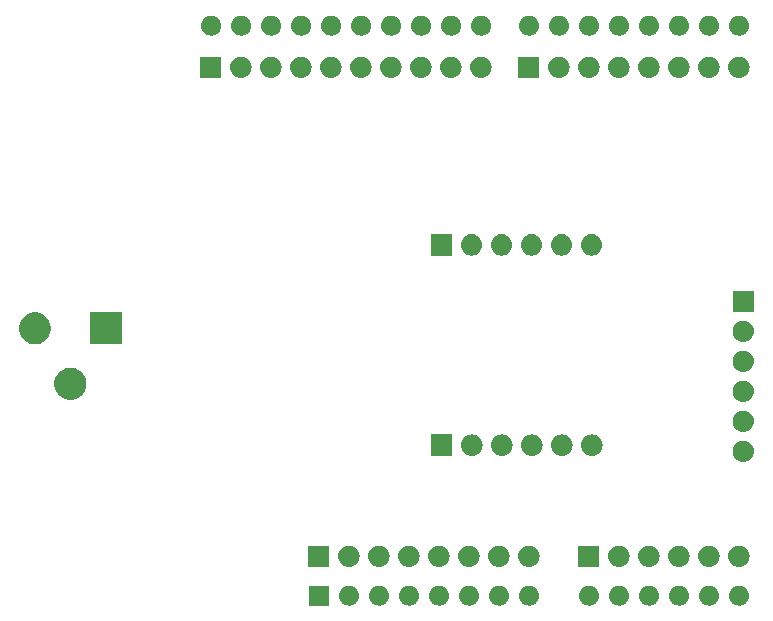
<source format=gbs>
G04 #@! TF.GenerationSoftware,KiCad,Pcbnew,(5.1.4-0-10_14)*
G04 #@! TF.CreationDate,2020-01-20T11:10:59-05:00*
G04 #@! TF.ProjectId,motor_controller,6d6f746f-725f-4636-9f6e-74726f6c6c65,rev?*
G04 #@! TF.SameCoordinates,Original*
G04 #@! TF.FileFunction,Soldermask,Bot*
G04 #@! TF.FilePolarity,Negative*
%FSLAX46Y46*%
G04 Gerber Fmt 4.6, Leading zero omitted, Abs format (unit mm)*
G04 Created by KiCad (PCBNEW (5.1.4-0-10_14)) date 2020-01-20 11:10:59*
%MOMM*%
%LPD*%
G04 APERTURE LIST*
%ADD10C,0.100000*%
G04 APERTURE END LIST*
D10*
G36*
X185099783Y-110180511D02*
G01*
X185099786Y-110180512D01*
X185099787Y-110180512D01*
X185166015Y-110200602D01*
X185260164Y-110229162D01*
X185334065Y-110268663D01*
X185407967Y-110308164D01*
X185537518Y-110414484D01*
X185643838Y-110544035D01*
X185683339Y-110617937D01*
X185722840Y-110691838D01*
X185771491Y-110852219D01*
X185787918Y-111019001D01*
X185771491Y-111185783D01*
X185722840Y-111346164D01*
X185683339Y-111420065D01*
X185643838Y-111493967D01*
X185537518Y-111623518D01*
X185407967Y-111729838D01*
X185334065Y-111769339D01*
X185260164Y-111808840D01*
X185166015Y-111837400D01*
X185099787Y-111857490D01*
X185099786Y-111857490D01*
X185099783Y-111857491D01*
X184974797Y-111869801D01*
X184891205Y-111869801D01*
X184766219Y-111857491D01*
X184766216Y-111857490D01*
X184766215Y-111857490D01*
X184699987Y-111837400D01*
X184605838Y-111808840D01*
X184531937Y-111769339D01*
X184458035Y-111729838D01*
X184328484Y-111623518D01*
X184222164Y-111493967D01*
X184182663Y-111420065D01*
X184143162Y-111346164D01*
X184094511Y-111185783D01*
X184078084Y-111019001D01*
X184094511Y-110852219D01*
X184143162Y-110691838D01*
X184182663Y-110617937D01*
X184222164Y-110544035D01*
X184328484Y-110414484D01*
X184458035Y-110308164D01*
X184531937Y-110268663D01*
X184605838Y-110229162D01*
X184699987Y-110200602D01*
X184766215Y-110180512D01*
X184766216Y-110180512D01*
X184766219Y-110180511D01*
X184891205Y-110168201D01*
X184974797Y-110168201D01*
X185099783Y-110180511D01*
X185099783Y-110180511D01*
G37*
G36*
X182559783Y-110180511D02*
G01*
X182559786Y-110180512D01*
X182559787Y-110180512D01*
X182626015Y-110200602D01*
X182720164Y-110229162D01*
X182794065Y-110268663D01*
X182867967Y-110308164D01*
X182997518Y-110414484D01*
X183103838Y-110544035D01*
X183143339Y-110617937D01*
X183182840Y-110691838D01*
X183231491Y-110852219D01*
X183247918Y-111019001D01*
X183231491Y-111185783D01*
X183182840Y-111346164D01*
X183143339Y-111420065D01*
X183103838Y-111493967D01*
X182997518Y-111623518D01*
X182867967Y-111729838D01*
X182794065Y-111769339D01*
X182720164Y-111808840D01*
X182626015Y-111837400D01*
X182559787Y-111857490D01*
X182559786Y-111857490D01*
X182559783Y-111857491D01*
X182434797Y-111869801D01*
X182351205Y-111869801D01*
X182226219Y-111857491D01*
X182226216Y-111857490D01*
X182226215Y-111857490D01*
X182159987Y-111837400D01*
X182065838Y-111808840D01*
X181991937Y-111769339D01*
X181918035Y-111729838D01*
X181788484Y-111623518D01*
X181682164Y-111493967D01*
X181642663Y-111420065D01*
X181603162Y-111346164D01*
X181554511Y-111185783D01*
X181538084Y-111019001D01*
X181554511Y-110852219D01*
X181603162Y-110691838D01*
X181642663Y-110617937D01*
X181682164Y-110544035D01*
X181788484Y-110414484D01*
X181918035Y-110308164D01*
X181991937Y-110268663D01*
X182065838Y-110229162D01*
X182159987Y-110200602D01*
X182226215Y-110180512D01*
X182226216Y-110180512D01*
X182226219Y-110180511D01*
X182351205Y-110168201D01*
X182434797Y-110168201D01*
X182559783Y-110180511D01*
X182559783Y-110180511D01*
G37*
G36*
X180019783Y-110180511D02*
G01*
X180019786Y-110180512D01*
X180019787Y-110180512D01*
X180086015Y-110200602D01*
X180180164Y-110229162D01*
X180254065Y-110268663D01*
X180327967Y-110308164D01*
X180457518Y-110414484D01*
X180563838Y-110544035D01*
X180603339Y-110617937D01*
X180642840Y-110691838D01*
X180691491Y-110852219D01*
X180707918Y-111019001D01*
X180691491Y-111185783D01*
X180642840Y-111346164D01*
X180603339Y-111420065D01*
X180563838Y-111493967D01*
X180457518Y-111623518D01*
X180327967Y-111729838D01*
X180254065Y-111769339D01*
X180180164Y-111808840D01*
X180086015Y-111837400D01*
X180019787Y-111857490D01*
X180019786Y-111857490D01*
X180019783Y-111857491D01*
X179894797Y-111869801D01*
X179811205Y-111869801D01*
X179686219Y-111857491D01*
X179686216Y-111857490D01*
X179686215Y-111857490D01*
X179619987Y-111837400D01*
X179525838Y-111808840D01*
X179451937Y-111769339D01*
X179378035Y-111729838D01*
X179248484Y-111623518D01*
X179142164Y-111493967D01*
X179102663Y-111420065D01*
X179063162Y-111346164D01*
X179014511Y-111185783D01*
X178998084Y-111019001D01*
X179014511Y-110852219D01*
X179063162Y-110691838D01*
X179102663Y-110617937D01*
X179142164Y-110544035D01*
X179248484Y-110414484D01*
X179378035Y-110308164D01*
X179451937Y-110268663D01*
X179525838Y-110229162D01*
X179619987Y-110200602D01*
X179686215Y-110180512D01*
X179686216Y-110180512D01*
X179686219Y-110180511D01*
X179811205Y-110168201D01*
X179894797Y-110168201D01*
X180019783Y-110180511D01*
X180019783Y-110180511D01*
G37*
G36*
X177479783Y-110180511D02*
G01*
X177479786Y-110180512D01*
X177479787Y-110180512D01*
X177546015Y-110200602D01*
X177640164Y-110229162D01*
X177714065Y-110268663D01*
X177787967Y-110308164D01*
X177917518Y-110414484D01*
X178023838Y-110544035D01*
X178063339Y-110617937D01*
X178102840Y-110691838D01*
X178151491Y-110852219D01*
X178167918Y-111019001D01*
X178151491Y-111185783D01*
X178102840Y-111346164D01*
X178063339Y-111420065D01*
X178023838Y-111493967D01*
X177917518Y-111623518D01*
X177787967Y-111729838D01*
X177714065Y-111769339D01*
X177640164Y-111808840D01*
X177546015Y-111837400D01*
X177479787Y-111857490D01*
X177479786Y-111857490D01*
X177479783Y-111857491D01*
X177354797Y-111869801D01*
X177271205Y-111869801D01*
X177146219Y-111857491D01*
X177146216Y-111857490D01*
X177146215Y-111857490D01*
X177079987Y-111837400D01*
X176985838Y-111808840D01*
X176911937Y-111769339D01*
X176838035Y-111729838D01*
X176708484Y-111623518D01*
X176602164Y-111493967D01*
X176562663Y-111420065D01*
X176523162Y-111346164D01*
X176474511Y-111185783D01*
X176458084Y-111019001D01*
X176474511Y-110852219D01*
X176523162Y-110691838D01*
X176562663Y-110617937D01*
X176602164Y-110544035D01*
X176708484Y-110414484D01*
X176838035Y-110308164D01*
X176911937Y-110268663D01*
X176985838Y-110229162D01*
X177079987Y-110200602D01*
X177146215Y-110180512D01*
X177146216Y-110180512D01*
X177146219Y-110180511D01*
X177271205Y-110168201D01*
X177354797Y-110168201D01*
X177479783Y-110180511D01*
X177479783Y-110180511D01*
G37*
G36*
X174939783Y-110180511D02*
G01*
X174939786Y-110180512D01*
X174939787Y-110180512D01*
X175006015Y-110200602D01*
X175100164Y-110229162D01*
X175174065Y-110268663D01*
X175247967Y-110308164D01*
X175377518Y-110414484D01*
X175483838Y-110544035D01*
X175523339Y-110617937D01*
X175562840Y-110691838D01*
X175611491Y-110852219D01*
X175627918Y-111019001D01*
X175611491Y-111185783D01*
X175562840Y-111346164D01*
X175523339Y-111420065D01*
X175483838Y-111493967D01*
X175377518Y-111623518D01*
X175247967Y-111729838D01*
X175174065Y-111769339D01*
X175100164Y-111808840D01*
X175006015Y-111837400D01*
X174939787Y-111857490D01*
X174939786Y-111857490D01*
X174939783Y-111857491D01*
X174814797Y-111869801D01*
X174731205Y-111869801D01*
X174606219Y-111857491D01*
X174606216Y-111857490D01*
X174606215Y-111857490D01*
X174539987Y-111837400D01*
X174445838Y-111808840D01*
X174371937Y-111769339D01*
X174298035Y-111729838D01*
X174168484Y-111623518D01*
X174062164Y-111493967D01*
X174022663Y-111420065D01*
X173983162Y-111346164D01*
X173934511Y-111185783D01*
X173918084Y-111019001D01*
X173934511Y-110852219D01*
X173983162Y-110691838D01*
X174022663Y-110617937D01*
X174062164Y-110544035D01*
X174168484Y-110414484D01*
X174298035Y-110308164D01*
X174371937Y-110268663D01*
X174445838Y-110229162D01*
X174539987Y-110200602D01*
X174606215Y-110180512D01*
X174606216Y-110180512D01*
X174606219Y-110180511D01*
X174731205Y-110168201D01*
X174814797Y-110168201D01*
X174939783Y-110180511D01*
X174939783Y-110180511D01*
G37*
G36*
X172399783Y-110180511D02*
G01*
X172399786Y-110180512D01*
X172399787Y-110180512D01*
X172466015Y-110200602D01*
X172560164Y-110229162D01*
X172634065Y-110268663D01*
X172707967Y-110308164D01*
X172837518Y-110414484D01*
X172943838Y-110544035D01*
X172983339Y-110617937D01*
X173022840Y-110691838D01*
X173071491Y-110852219D01*
X173087918Y-111019001D01*
X173071491Y-111185783D01*
X173022840Y-111346164D01*
X172983339Y-111420065D01*
X172943838Y-111493967D01*
X172837518Y-111623518D01*
X172707967Y-111729838D01*
X172634065Y-111769339D01*
X172560164Y-111808840D01*
X172466015Y-111837400D01*
X172399787Y-111857490D01*
X172399786Y-111857490D01*
X172399783Y-111857491D01*
X172274797Y-111869801D01*
X172191205Y-111869801D01*
X172066219Y-111857491D01*
X172066216Y-111857490D01*
X172066215Y-111857490D01*
X171999987Y-111837400D01*
X171905838Y-111808840D01*
X171831937Y-111769339D01*
X171758035Y-111729838D01*
X171628484Y-111623518D01*
X171522164Y-111493967D01*
X171482663Y-111420065D01*
X171443162Y-111346164D01*
X171394511Y-111185783D01*
X171378084Y-111019001D01*
X171394511Y-110852219D01*
X171443162Y-110691838D01*
X171482663Y-110617937D01*
X171522164Y-110544035D01*
X171628484Y-110414484D01*
X171758035Y-110308164D01*
X171831937Y-110268663D01*
X171905838Y-110229162D01*
X171999987Y-110200602D01*
X172066215Y-110180512D01*
X172066216Y-110180512D01*
X172066219Y-110180511D01*
X172191205Y-110168201D01*
X172274797Y-110168201D01*
X172399783Y-110180511D01*
X172399783Y-110180511D01*
G37*
G36*
X167319783Y-110180511D02*
G01*
X167319786Y-110180512D01*
X167319787Y-110180512D01*
X167386015Y-110200602D01*
X167480164Y-110229162D01*
X167554065Y-110268663D01*
X167627967Y-110308164D01*
X167757518Y-110414484D01*
X167863838Y-110544035D01*
X167903339Y-110617937D01*
X167942840Y-110691838D01*
X167991491Y-110852219D01*
X168007918Y-111019001D01*
X167991491Y-111185783D01*
X167942840Y-111346164D01*
X167903339Y-111420065D01*
X167863838Y-111493967D01*
X167757518Y-111623518D01*
X167627967Y-111729838D01*
X167554065Y-111769339D01*
X167480164Y-111808840D01*
X167386015Y-111837400D01*
X167319787Y-111857490D01*
X167319786Y-111857490D01*
X167319783Y-111857491D01*
X167194797Y-111869801D01*
X167111205Y-111869801D01*
X166986219Y-111857491D01*
X166986216Y-111857490D01*
X166986215Y-111857490D01*
X166919987Y-111837400D01*
X166825838Y-111808840D01*
X166751937Y-111769339D01*
X166678035Y-111729838D01*
X166548484Y-111623518D01*
X166442164Y-111493967D01*
X166402663Y-111420065D01*
X166363162Y-111346164D01*
X166314511Y-111185783D01*
X166298084Y-111019001D01*
X166314511Y-110852219D01*
X166363162Y-110691838D01*
X166402663Y-110617937D01*
X166442164Y-110544035D01*
X166548484Y-110414484D01*
X166678035Y-110308164D01*
X166751937Y-110268663D01*
X166825838Y-110229162D01*
X166919987Y-110200602D01*
X166986215Y-110180512D01*
X166986216Y-110180512D01*
X166986219Y-110180511D01*
X167111205Y-110168201D01*
X167194797Y-110168201D01*
X167319783Y-110180511D01*
X167319783Y-110180511D01*
G37*
G36*
X164779783Y-110180511D02*
G01*
X164779786Y-110180512D01*
X164779787Y-110180512D01*
X164846015Y-110200602D01*
X164940164Y-110229162D01*
X165014065Y-110268663D01*
X165087967Y-110308164D01*
X165217518Y-110414484D01*
X165323838Y-110544035D01*
X165363339Y-110617937D01*
X165402840Y-110691838D01*
X165451491Y-110852219D01*
X165467918Y-111019001D01*
X165451491Y-111185783D01*
X165402840Y-111346164D01*
X165363339Y-111420065D01*
X165323838Y-111493967D01*
X165217518Y-111623518D01*
X165087967Y-111729838D01*
X165014065Y-111769339D01*
X164940164Y-111808840D01*
X164846015Y-111837400D01*
X164779787Y-111857490D01*
X164779786Y-111857490D01*
X164779783Y-111857491D01*
X164654797Y-111869801D01*
X164571205Y-111869801D01*
X164446219Y-111857491D01*
X164446216Y-111857490D01*
X164446215Y-111857490D01*
X164379987Y-111837400D01*
X164285838Y-111808840D01*
X164211937Y-111769339D01*
X164138035Y-111729838D01*
X164008484Y-111623518D01*
X163902164Y-111493967D01*
X163862663Y-111420065D01*
X163823162Y-111346164D01*
X163774511Y-111185783D01*
X163758084Y-111019001D01*
X163774511Y-110852219D01*
X163823162Y-110691838D01*
X163862663Y-110617937D01*
X163902164Y-110544035D01*
X164008484Y-110414484D01*
X164138035Y-110308164D01*
X164211937Y-110268663D01*
X164285838Y-110229162D01*
X164379987Y-110200602D01*
X164446215Y-110180512D01*
X164446216Y-110180512D01*
X164446219Y-110180511D01*
X164571205Y-110168201D01*
X164654797Y-110168201D01*
X164779783Y-110180511D01*
X164779783Y-110180511D01*
G37*
G36*
X162239783Y-110180511D02*
G01*
X162239786Y-110180512D01*
X162239787Y-110180512D01*
X162306015Y-110200602D01*
X162400164Y-110229162D01*
X162474065Y-110268663D01*
X162547967Y-110308164D01*
X162677518Y-110414484D01*
X162783838Y-110544035D01*
X162823339Y-110617937D01*
X162862840Y-110691838D01*
X162911491Y-110852219D01*
X162927918Y-111019001D01*
X162911491Y-111185783D01*
X162862840Y-111346164D01*
X162823339Y-111420065D01*
X162783838Y-111493967D01*
X162677518Y-111623518D01*
X162547967Y-111729838D01*
X162474065Y-111769339D01*
X162400164Y-111808840D01*
X162306015Y-111837400D01*
X162239787Y-111857490D01*
X162239786Y-111857490D01*
X162239783Y-111857491D01*
X162114797Y-111869801D01*
X162031205Y-111869801D01*
X161906219Y-111857491D01*
X161906216Y-111857490D01*
X161906215Y-111857490D01*
X161839987Y-111837400D01*
X161745838Y-111808840D01*
X161671937Y-111769339D01*
X161598035Y-111729838D01*
X161468484Y-111623518D01*
X161362164Y-111493967D01*
X161322663Y-111420065D01*
X161283162Y-111346164D01*
X161234511Y-111185783D01*
X161218084Y-111019001D01*
X161234511Y-110852219D01*
X161283162Y-110691838D01*
X161322663Y-110617937D01*
X161362164Y-110544035D01*
X161468484Y-110414484D01*
X161598035Y-110308164D01*
X161671937Y-110268663D01*
X161745838Y-110229162D01*
X161839987Y-110200602D01*
X161906215Y-110180512D01*
X161906216Y-110180512D01*
X161906219Y-110180511D01*
X162031205Y-110168201D01*
X162114797Y-110168201D01*
X162239783Y-110180511D01*
X162239783Y-110180511D01*
G37*
G36*
X159699783Y-110180511D02*
G01*
X159699786Y-110180512D01*
X159699787Y-110180512D01*
X159766015Y-110200602D01*
X159860164Y-110229162D01*
X159934065Y-110268663D01*
X160007967Y-110308164D01*
X160137518Y-110414484D01*
X160243838Y-110544035D01*
X160283339Y-110617937D01*
X160322840Y-110691838D01*
X160371491Y-110852219D01*
X160387918Y-111019001D01*
X160371491Y-111185783D01*
X160322840Y-111346164D01*
X160283339Y-111420065D01*
X160243838Y-111493967D01*
X160137518Y-111623518D01*
X160007967Y-111729838D01*
X159934065Y-111769339D01*
X159860164Y-111808840D01*
X159766015Y-111837400D01*
X159699787Y-111857490D01*
X159699786Y-111857490D01*
X159699783Y-111857491D01*
X159574797Y-111869801D01*
X159491205Y-111869801D01*
X159366219Y-111857491D01*
X159366216Y-111857490D01*
X159366215Y-111857490D01*
X159299987Y-111837400D01*
X159205838Y-111808840D01*
X159131937Y-111769339D01*
X159058035Y-111729838D01*
X158928484Y-111623518D01*
X158822164Y-111493967D01*
X158782663Y-111420065D01*
X158743162Y-111346164D01*
X158694511Y-111185783D01*
X158678084Y-111019001D01*
X158694511Y-110852219D01*
X158743162Y-110691838D01*
X158782663Y-110617937D01*
X158822164Y-110544035D01*
X158928484Y-110414484D01*
X159058035Y-110308164D01*
X159131937Y-110268663D01*
X159205838Y-110229162D01*
X159299987Y-110200602D01*
X159366215Y-110180512D01*
X159366216Y-110180512D01*
X159366219Y-110180511D01*
X159491205Y-110168201D01*
X159574797Y-110168201D01*
X159699783Y-110180511D01*
X159699783Y-110180511D01*
G37*
G36*
X157159783Y-110180511D02*
G01*
X157159786Y-110180512D01*
X157159787Y-110180512D01*
X157226015Y-110200602D01*
X157320164Y-110229162D01*
X157394065Y-110268663D01*
X157467967Y-110308164D01*
X157597518Y-110414484D01*
X157703838Y-110544035D01*
X157743339Y-110617937D01*
X157782840Y-110691838D01*
X157831491Y-110852219D01*
X157847918Y-111019001D01*
X157831491Y-111185783D01*
X157782840Y-111346164D01*
X157743339Y-111420065D01*
X157703838Y-111493967D01*
X157597518Y-111623518D01*
X157467967Y-111729838D01*
X157394065Y-111769339D01*
X157320164Y-111808840D01*
X157226015Y-111837400D01*
X157159787Y-111857490D01*
X157159786Y-111857490D01*
X157159783Y-111857491D01*
X157034797Y-111869801D01*
X156951205Y-111869801D01*
X156826219Y-111857491D01*
X156826216Y-111857490D01*
X156826215Y-111857490D01*
X156759987Y-111837400D01*
X156665838Y-111808840D01*
X156591937Y-111769339D01*
X156518035Y-111729838D01*
X156388484Y-111623518D01*
X156282164Y-111493967D01*
X156242663Y-111420065D01*
X156203162Y-111346164D01*
X156154511Y-111185783D01*
X156138084Y-111019001D01*
X156154511Y-110852219D01*
X156203162Y-110691838D01*
X156242663Y-110617937D01*
X156282164Y-110544035D01*
X156388484Y-110414484D01*
X156518035Y-110308164D01*
X156591937Y-110268663D01*
X156665838Y-110229162D01*
X156759987Y-110200602D01*
X156826215Y-110180512D01*
X156826216Y-110180512D01*
X156826219Y-110180511D01*
X156951205Y-110168201D01*
X157034797Y-110168201D01*
X157159783Y-110180511D01*
X157159783Y-110180511D01*
G37*
G36*
X154619783Y-110180511D02*
G01*
X154619786Y-110180512D01*
X154619787Y-110180512D01*
X154686015Y-110200602D01*
X154780164Y-110229162D01*
X154854065Y-110268663D01*
X154927967Y-110308164D01*
X155057518Y-110414484D01*
X155163838Y-110544035D01*
X155203339Y-110617937D01*
X155242840Y-110691838D01*
X155291491Y-110852219D01*
X155307918Y-111019001D01*
X155291491Y-111185783D01*
X155242840Y-111346164D01*
X155203339Y-111420065D01*
X155163838Y-111493967D01*
X155057518Y-111623518D01*
X154927967Y-111729838D01*
X154854065Y-111769339D01*
X154780164Y-111808840D01*
X154686015Y-111837400D01*
X154619787Y-111857490D01*
X154619786Y-111857490D01*
X154619783Y-111857491D01*
X154494797Y-111869801D01*
X154411205Y-111869801D01*
X154286219Y-111857491D01*
X154286216Y-111857490D01*
X154286215Y-111857490D01*
X154219987Y-111837400D01*
X154125838Y-111808840D01*
X154051937Y-111769339D01*
X153978035Y-111729838D01*
X153848484Y-111623518D01*
X153742164Y-111493967D01*
X153702663Y-111420065D01*
X153663162Y-111346164D01*
X153614511Y-111185783D01*
X153598084Y-111019001D01*
X153614511Y-110852219D01*
X153663162Y-110691838D01*
X153702663Y-110617937D01*
X153742164Y-110544035D01*
X153848484Y-110414484D01*
X153978035Y-110308164D01*
X154051937Y-110268663D01*
X154125838Y-110229162D01*
X154219987Y-110200602D01*
X154286215Y-110180512D01*
X154286216Y-110180512D01*
X154286219Y-110180511D01*
X154411205Y-110168201D01*
X154494797Y-110168201D01*
X154619783Y-110180511D01*
X154619783Y-110180511D01*
G37*
G36*
X152079783Y-110180511D02*
G01*
X152079786Y-110180512D01*
X152079787Y-110180512D01*
X152146015Y-110200602D01*
X152240164Y-110229162D01*
X152314065Y-110268663D01*
X152387967Y-110308164D01*
X152517518Y-110414484D01*
X152623838Y-110544035D01*
X152663339Y-110617937D01*
X152702840Y-110691838D01*
X152751491Y-110852219D01*
X152767918Y-111019001D01*
X152751491Y-111185783D01*
X152702840Y-111346164D01*
X152663339Y-111420065D01*
X152623838Y-111493967D01*
X152517518Y-111623518D01*
X152387967Y-111729838D01*
X152314065Y-111769339D01*
X152240164Y-111808840D01*
X152146015Y-111837400D01*
X152079787Y-111857490D01*
X152079786Y-111857490D01*
X152079783Y-111857491D01*
X151954797Y-111869801D01*
X151871205Y-111869801D01*
X151746219Y-111857491D01*
X151746216Y-111857490D01*
X151746215Y-111857490D01*
X151679987Y-111837400D01*
X151585838Y-111808840D01*
X151511937Y-111769339D01*
X151438035Y-111729838D01*
X151308484Y-111623518D01*
X151202164Y-111493967D01*
X151162663Y-111420065D01*
X151123162Y-111346164D01*
X151074511Y-111185783D01*
X151058084Y-111019001D01*
X151074511Y-110852219D01*
X151123162Y-110691838D01*
X151162663Y-110617937D01*
X151202164Y-110544035D01*
X151308484Y-110414484D01*
X151438035Y-110308164D01*
X151511937Y-110268663D01*
X151585838Y-110229162D01*
X151679987Y-110200602D01*
X151746215Y-110180512D01*
X151746216Y-110180512D01*
X151746219Y-110180511D01*
X151871205Y-110168201D01*
X151954797Y-110168201D01*
X152079783Y-110180511D01*
X152079783Y-110180511D01*
G37*
G36*
X150223801Y-111869801D02*
G01*
X148522201Y-111869801D01*
X148522201Y-110168201D01*
X150223801Y-110168201D01*
X150223801Y-111869801D01*
X150223801Y-111869801D01*
G37*
G36*
X150252800Y-108596800D02*
G01*
X148451200Y-108596800D01*
X148451200Y-106795200D01*
X150252800Y-106795200D01*
X150252800Y-108596800D01*
X150252800Y-108596800D01*
G37*
G36*
X152068584Y-106808233D02*
G01*
X152068587Y-106808234D01*
X152068588Y-106808234D01*
X152238389Y-106859743D01*
X152285861Y-106885117D01*
X152394881Y-106943389D01*
X152532044Y-107055956D01*
X152644611Y-107193119D01*
X152702883Y-107302139D01*
X152728257Y-107349611D01*
X152779766Y-107519412D01*
X152779767Y-107519416D01*
X152797159Y-107696000D01*
X152779767Y-107872584D01*
X152779766Y-107872587D01*
X152779766Y-107872588D01*
X152728257Y-108042389D01*
X152728256Y-108042390D01*
X152644611Y-108198881D01*
X152532044Y-108336044D01*
X152394881Y-108448611D01*
X152285861Y-108506883D01*
X152238389Y-108532257D01*
X152068588Y-108583766D01*
X152068587Y-108583766D01*
X152068584Y-108583767D01*
X151936255Y-108596800D01*
X151847745Y-108596800D01*
X151715416Y-108583767D01*
X151715413Y-108583766D01*
X151715412Y-108583766D01*
X151545611Y-108532257D01*
X151498139Y-108506883D01*
X151389119Y-108448611D01*
X151251956Y-108336044D01*
X151139389Y-108198881D01*
X151055744Y-108042390D01*
X151055743Y-108042389D01*
X151004234Y-107872588D01*
X151004234Y-107872587D01*
X151004233Y-107872584D01*
X150986841Y-107696000D01*
X151004233Y-107519416D01*
X151004234Y-107519412D01*
X151055743Y-107349611D01*
X151081117Y-107302139D01*
X151139389Y-107193119D01*
X151251956Y-107055956D01*
X151389119Y-106943389D01*
X151498139Y-106885117D01*
X151545611Y-106859743D01*
X151715412Y-106808234D01*
X151715413Y-106808234D01*
X151715416Y-106808233D01*
X151847745Y-106795200D01*
X151936255Y-106795200D01*
X152068584Y-106808233D01*
X152068584Y-106808233D01*
G37*
G36*
X154608584Y-106808233D02*
G01*
X154608587Y-106808234D01*
X154608588Y-106808234D01*
X154778389Y-106859743D01*
X154825861Y-106885117D01*
X154934881Y-106943389D01*
X155072044Y-107055956D01*
X155184611Y-107193119D01*
X155242883Y-107302139D01*
X155268257Y-107349611D01*
X155319766Y-107519412D01*
X155319767Y-107519416D01*
X155337159Y-107696000D01*
X155319767Y-107872584D01*
X155319766Y-107872587D01*
X155319766Y-107872588D01*
X155268257Y-108042389D01*
X155268256Y-108042390D01*
X155184611Y-108198881D01*
X155072044Y-108336044D01*
X154934881Y-108448611D01*
X154825861Y-108506883D01*
X154778389Y-108532257D01*
X154608588Y-108583766D01*
X154608587Y-108583766D01*
X154608584Y-108583767D01*
X154476255Y-108596800D01*
X154387745Y-108596800D01*
X154255416Y-108583767D01*
X154255413Y-108583766D01*
X154255412Y-108583766D01*
X154085611Y-108532257D01*
X154038139Y-108506883D01*
X153929119Y-108448611D01*
X153791956Y-108336044D01*
X153679389Y-108198881D01*
X153595744Y-108042390D01*
X153595743Y-108042389D01*
X153544234Y-107872588D01*
X153544234Y-107872587D01*
X153544233Y-107872584D01*
X153526841Y-107696000D01*
X153544233Y-107519416D01*
X153544234Y-107519412D01*
X153595743Y-107349611D01*
X153621117Y-107302139D01*
X153679389Y-107193119D01*
X153791956Y-107055956D01*
X153929119Y-106943389D01*
X154038139Y-106885117D01*
X154085611Y-106859743D01*
X154255412Y-106808234D01*
X154255413Y-106808234D01*
X154255416Y-106808233D01*
X154387745Y-106795200D01*
X154476255Y-106795200D01*
X154608584Y-106808233D01*
X154608584Y-106808233D01*
G37*
G36*
X157148584Y-106808233D02*
G01*
X157148587Y-106808234D01*
X157148588Y-106808234D01*
X157318389Y-106859743D01*
X157365861Y-106885117D01*
X157474881Y-106943389D01*
X157612044Y-107055956D01*
X157724611Y-107193119D01*
X157782883Y-107302139D01*
X157808257Y-107349611D01*
X157859766Y-107519412D01*
X157859767Y-107519416D01*
X157877159Y-107696000D01*
X157859767Y-107872584D01*
X157859766Y-107872587D01*
X157859766Y-107872588D01*
X157808257Y-108042389D01*
X157808256Y-108042390D01*
X157724611Y-108198881D01*
X157612044Y-108336044D01*
X157474881Y-108448611D01*
X157365861Y-108506883D01*
X157318389Y-108532257D01*
X157148588Y-108583766D01*
X157148587Y-108583766D01*
X157148584Y-108583767D01*
X157016255Y-108596800D01*
X156927745Y-108596800D01*
X156795416Y-108583767D01*
X156795413Y-108583766D01*
X156795412Y-108583766D01*
X156625611Y-108532257D01*
X156578139Y-108506883D01*
X156469119Y-108448611D01*
X156331956Y-108336044D01*
X156219389Y-108198881D01*
X156135744Y-108042390D01*
X156135743Y-108042389D01*
X156084234Y-107872588D01*
X156084234Y-107872587D01*
X156084233Y-107872584D01*
X156066841Y-107696000D01*
X156084233Y-107519416D01*
X156084234Y-107519412D01*
X156135743Y-107349611D01*
X156161117Y-107302139D01*
X156219389Y-107193119D01*
X156331956Y-107055956D01*
X156469119Y-106943389D01*
X156578139Y-106885117D01*
X156625611Y-106859743D01*
X156795412Y-106808234D01*
X156795413Y-106808234D01*
X156795416Y-106808233D01*
X156927745Y-106795200D01*
X157016255Y-106795200D01*
X157148584Y-106808233D01*
X157148584Y-106808233D01*
G37*
G36*
X159688584Y-106808233D02*
G01*
X159688587Y-106808234D01*
X159688588Y-106808234D01*
X159858389Y-106859743D01*
X159905861Y-106885117D01*
X160014881Y-106943389D01*
X160152044Y-107055956D01*
X160264611Y-107193119D01*
X160322883Y-107302139D01*
X160348257Y-107349611D01*
X160399766Y-107519412D01*
X160399767Y-107519416D01*
X160417159Y-107696000D01*
X160399767Y-107872584D01*
X160399766Y-107872587D01*
X160399766Y-107872588D01*
X160348257Y-108042389D01*
X160348256Y-108042390D01*
X160264611Y-108198881D01*
X160152044Y-108336044D01*
X160014881Y-108448611D01*
X159905861Y-108506883D01*
X159858389Y-108532257D01*
X159688588Y-108583766D01*
X159688587Y-108583766D01*
X159688584Y-108583767D01*
X159556255Y-108596800D01*
X159467745Y-108596800D01*
X159335416Y-108583767D01*
X159335413Y-108583766D01*
X159335412Y-108583766D01*
X159165611Y-108532257D01*
X159118139Y-108506883D01*
X159009119Y-108448611D01*
X158871956Y-108336044D01*
X158759389Y-108198881D01*
X158675744Y-108042390D01*
X158675743Y-108042389D01*
X158624234Y-107872588D01*
X158624234Y-107872587D01*
X158624233Y-107872584D01*
X158606841Y-107696000D01*
X158624233Y-107519416D01*
X158624234Y-107519412D01*
X158675743Y-107349611D01*
X158701117Y-107302139D01*
X158759389Y-107193119D01*
X158871956Y-107055956D01*
X159009119Y-106943389D01*
X159118139Y-106885117D01*
X159165611Y-106859743D01*
X159335412Y-106808234D01*
X159335413Y-106808234D01*
X159335416Y-106808233D01*
X159467745Y-106795200D01*
X159556255Y-106795200D01*
X159688584Y-106808233D01*
X159688584Y-106808233D01*
G37*
G36*
X162228584Y-106808233D02*
G01*
X162228587Y-106808234D01*
X162228588Y-106808234D01*
X162398389Y-106859743D01*
X162445861Y-106885117D01*
X162554881Y-106943389D01*
X162692044Y-107055956D01*
X162804611Y-107193119D01*
X162862883Y-107302139D01*
X162888257Y-107349611D01*
X162939766Y-107519412D01*
X162939767Y-107519416D01*
X162957159Y-107696000D01*
X162939767Y-107872584D01*
X162939766Y-107872587D01*
X162939766Y-107872588D01*
X162888257Y-108042389D01*
X162888256Y-108042390D01*
X162804611Y-108198881D01*
X162692044Y-108336044D01*
X162554881Y-108448611D01*
X162445861Y-108506883D01*
X162398389Y-108532257D01*
X162228588Y-108583766D01*
X162228587Y-108583766D01*
X162228584Y-108583767D01*
X162096255Y-108596800D01*
X162007745Y-108596800D01*
X161875416Y-108583767D01*
X161875413Y-108583766D01*
X161875412Y-108583766D01*
X161705611Y-108532257D01*
X161658139Y-108506883D01*
X161549119Y-108448611D01*
X161411956Y-108336044D01*
X161299389Y-108198881D01*
X161215744Y-108042390D01*
X161215743Y-108042389D01*
X161164234Y-107872588D01*
X161164234Y-107872587D01*
X161164233Y-107872584D01*
X161146841Y-107696000D01*
X161164233Y-107519416D01*
X161164234Y-107519412D01*
X161215743Y-107349611D01*
X161241117Y-107302139D01*
X161299389Y-107193119D01*
X161411956Y-107055956D01*
X161549119Y-106943389D01*
X161658139Y-106885117D01*
X161705611Y-106859743D01*
X161875412Y-106808234D01*
X161875413Y-106808234D01*
X161875416Y-106808233D01*
X162007745Y-106795200D01*
X162096255Y-106795200D01*
X162228584Y-106808233D01*
X162228584Y-106808233D01*
G37*
G36*
X164768584Y-106808233D02*
G01*
X164768587Y-106808234D01*
X164768588Y-106808234D01*
X164938389Y-106859743D01*
X164985861Y-106885117D01*
X165094881Y-106943389D01*
X165232044Y-107055956D01*
X165344611Y-107193119D01*
X165402883Y-107302139D01*
X165428257Y-107349611D01*
X165479766Y-107519412D01*
X165479767Y-107519416D01*
X165497159Y-107696000D01*
X165479767Y-107872584D01*
X165479766Y-107872587D01*
X165479766Y-107872588D01*
X165428257Y-108042389D01*
X165428256Y-108042390D01*
X165344611Y-108198881D01*
X165232044Y-108336044D01*
X165094881Y-108448611D01*
X164985861Y-108506883D01*
X164938389Y-108532257D01*
X164768588Y-108583766D01*
X164768587Y-108583766D01*
X164768584Y-108583767D01*
X164636255Y-108596800D01*
X164547745Y-108596800D01*
X164415416Y-108583767D01*
X164415413Y-108583766D01*
X164415412Y-108583766D01*
X164245611Y-108532257D01*
X164198139Y-108506883D01*
X164089119Y-108448611D01*
X163951956Y-108336044D01*
X163839389Y-108198881D01*
X163755744Y-108042390D01*
X163755743Y-108042389D01*
X163704234Y-107872588D01*
X163704234Y-107872587D01*
X163704233Y-107872584D01*
X163686841Y-107696000D01*
X163704233Y-107519416D01*
X163704234Y-107519412D01*
X163755743Y-107349611D01*
X163781117Y-107302139D01*
X163839389Y-107193119D01*
X163951956Y-107055956D01*
X164089119Y-106943389D01*
X164198139Y-106885117D01*
X164245611Y-106859743D01*
X164415412Y-106808234D01*
X164415413Y-106808234D01*
X164415416Y-106808233D01*
X164547745Y-106795200D01*
X164636255Y-106795200D01*
X164768584Y-106808233D01*
X164768584Y-106808233D01*
G37*
G36*
X167308584Y-106808233D02*
G01*
X167308587Y-106808234D01*
X167308588Y-106808234D01*
X167478389Y-106859743D01*
X167525861Y-106885117D01*
X167634881Y-106943389D01*
X167772044Y-107055956D01*
X167884611Y-107193119D01*
X167942883Y-107302139D01*
X167968257Y-107349611D01*
X168019766Y-107519412D01*
X168019767Y-107519416D01*
X168037159Y-107696000D01*
X168019767Y-107872584D01*
X168019766Y-107872587D01*
X168019766Y-107872588D01*
X167968257Y-108042389D01*
X167968256Y-108042390D01*
X167884611Y-108198881D01*
X167772044Y-108336044D01*
X167634881Y-108448611D01*
X167525861Y-108506883D01*
X167478389Y-108532257D01*
X167308588Y-108583766D01*
X167308587Y-108583766D01*
X167308584Y-108583767D01*
X167176255Y-108596800D01*
X167087745Y-108596800D01*
X166955416Y-108583767D01*
X166955413Y-108583766D01*
X166955412Y-108583766D01*
X166785611Y-108532257D01*
X166738139Y-108506883D01*
X166629119Y-108448611D01*
X166491956Y-108336044D01*
X166379389Y-108198881D01*
X166295744Y-108042390D01*
X166295743Y-108042389D01*
X166244234Y-107872588D01*
X166244234Y-107872587D01*
X166244233Y-107872584D01*
X166226841Y-107696000D01*
X166244233Y-107519416D01*
X166244234Y-107519412D01*
X166295743Y-107349611D01*
X166321117Y-107302139D01*
X166379389Y-107193119D01*
X166491956Y-107055956D01*
X166629119Y-106943389D01*
X166738139Y-106885117D01*
X166785611Y-106859743D01*
X166955412Y-106808234D01*
X166955413Y-106808234D01*
X166955416Y-106808233D01*
X167087745Y-106795200D01*
X167176255Y-106795200D01*
X167308584Y-106808233D01*
X167308584Y-106808233D01*
G37*
G36*
X173112800Y-108596800D02*
G01*
X171311200Y-108596800D01*
X171311200Y-106795200D01*
X173112800Y-106795200D01*
X173112800Y-108596800D01*
X173112800Y-108596800D01*
G37*
G36*
X174928584Y-106808233D02*
G01*
X174928587Y-106808234D01*
X174928588Y-106808234D01*
X175098389Y-106859743D01*
X175145861Y-106885117D01*
X175254881Y-106943389D01*
X175392044Y-107055956D01*
X175504611Y-107193119D01*
X175562883Y-107302139D01*
X175588257Y-107349611D01*
X175639766Y-107519412D01*
X175639767Y-107519416D01*
X175657159Y-107696000D01*
X175639767Y-107872584D01*
X175639766Y-107872587D01*
X175639766Y-107872588D01*
X175588257Y-108042389D01*
X175588256Y-108042390D01*
X175504611Y-108198881D01*
X175392044Y-108336044D01*
X175254881Y-108448611D01*
X175145861Y-108506883D01*
X175098389Y-108532257D01*
X174928588Y-108583766D01*
X174928587Y-108583766D01*
X174928584Y-108583767D01*
X174796255Y-108596800D01*
X174707745Y-108596800D01*
X174575416Y-108583767D01*
X174575413Y-108583766D01*
X174575412Y-108583766D01*
X174405611Y-108532257D01*
X174358139Y-108506883D01*
X174249119Y-108448611D01*
X174111956Y-108336044D01*
X173999389Y-108198881D01*
X173915744Y-108042390D01*
X173915743Y-108042389D01*
X173864234Y-107872588D01*
X173864234Y-107872587D01*
X173864233Y-107872584D01*
X173846841Y-107696000D01*
X173864233Y-107519416D01*
X173864234Y-107519412D01*
X173915743Y-107349611D01*
X173941117Y-107302139D01*
X173999389Y-107193119D01*
X174111956Y-107055956D01*
X174249119Y-106943389D01*
X174358139Y-106885117D01*
X174405611Y-106859743D01*
X174575412Y-106808234D01*
X174575413Y-106808234D01*
X174575416Y-106808233D01*
X174707745Y-106795200D01*
X174796255Y-106795200D01*
X174928584Y-106808233D01*
X174928584Y-106808233D01*
G37*
G36*
X177468584Y-106808233D02*
G01*
X177468587Y-106808234D01*
X177468588Y-106808234D01*
X177638389Y-106859743D01*
X177685861Y-106885117D01*
X177794881Y-106943389D01*
X177932044Y-107055956D01*
X178044611Y-107193119D01*
X178102883Y-107302139D01*
X178128257Y-107349611D01*
X178179766Y-107519412D01*
X178179767Y-107519416D01*
X178197159Y-107696000D01*
X178179767Y-107872584D01*
X178179766Y-107872587D01*
X178179766Y-107872588D01*
X178128257Y-108042389D01*
X178128256Y-108042390D01*
X178044611Y-108198881D01*
X177932044Y-108336044D01*
X177794881Y-108448611D01*
X177685861Y-108506883D01*
X177638389Y-108532257D01*
X177468588Y-108583766D01*
X177468587Y-108583766D01*
X177468584Y-108583767D01*
X177336255Y-108596800D01*
X177247745Y-108596800D01*
X177115416Y-108583767D01*
X177115413Y-108583766D01*
X177115412Y-108583766D01*
X176945611Y-108532257D01*
X176898139Y-108506883D01*
X176789119Y-108448611D01*
X176651956Y-108336044D01*
X176539389Y-108198881D01*
X176455744Y-108042390D01*
X176455743Y-108042389D01*
X176404234Y-107872588D01*
X176404234Y-107872587D01*
X176404233Y-107872584D01*
X176386841Y-107696000D01*
X176404233Y-107519416D01*
X176404234Y-107519412D01*
X176455743Y-107349611D01*
X176481117Y-107302139D01*
X176539389Y-107193119D01*
X176651956Y-107055956D01*
X176789119Y-106943389D01*
X176898139Y-106885117D01*
X176945611Y-106859743D01*
X177115412Y-106808234D01*
X177115413Y-106808234D01*
X177115416Y-106808233D01*
X177247745Y-106795200D01*
X177336255Y-106795200D01*
X177468584Y-106808233D01*
X177468584Y-106808233D01*
G37*
G36*
X180008584Y-106808233D02*
G01*
X180008587Y-106808234D01*
X180008588Y-106808234D01*
X180178389Y-106859743D01*
X180225861Y-106885117D01*
X180334881Y-106943389D01*
X180472044Y-107055956D01*
X180584611Y-107193119D01*
X180642883Y-107302139D01*
X180668257Y-107349611D01*
X180719766Y-107519412D01*
X180719767Y-107519416D01*
X180737159Y-107696000D01*
X180719767Y-107872584D01*
X180719766Y-107872587D01*
X180719766Y-107872588D01*
X180668257Y-108042389D01*
X180668256Y-108042390D01*
X180584611Y-108198881D01*
X180472044Y-108336044D01*
X180334881Y-108448611D01*
X180225861Y-108506883D01*
X180178389Y-108532257D01*
X180008588Y-108583766D01*
X180008587Y-108583766D01*
X180008584Y-108583767D01*
X179876255Y-108596800D01*
X179787745Y-108596800D01*
X179655416Y-108583767D01*
X179655413Y-108583766D01*
X179655412Y-108583766D01*
X179485611Y-108532257D01*
X179438139Y-108506883D01*
X179329119Y-108448611D01*
X179191956Y-108336044D01*
X179079389Y-108198881D01*
X178995744Y-108042390D01*
X178995743Y-108042389D01*
X178944234Y-107872588D01*
X178944234Y-107872587D01*
X178944233Y-107872584D01*
X178926841Y-107696000D01*
X178944233Y-107519416D01*
X178944234Y-107519412D01*
X178995743Y-107349611D01*
X179021117Y-107302139D01*
X179079389Y-107193119D01*
X179191956Y-107055956D01*
X179329119Y-106943389D01*
X179438139Y-106885117D01*
X179485611Y-106859743D01*
X179655412Y-106808234D01*
X179655413Y-106808234D01*
X179655416Y-106808233D01*
X179787745Y-106795200D01*
X179876255Y-106795200D01*
X180008584Y-106808233D01*
X180008584Y-106808233D01*
G37*
G36*
X185088584Y-106808233D02*
G01*
X185088587Y-106808234D01*
X185088588Y-106808234D01*
X185258389Y-106859743D01*
X185305861Y-106885117D01*
X185414881Y-106943389D01*
X185552044Y-107055956D01*
X185664611Y-107193119D01*
X185722883Y-107302139D01*
X185748257Y-107349611D01*
X185799766Y-107519412D01*
X185799767Y-107519416D01*
X185817159Y-107696000D01*
X185799767Y-107872584D01*
X185799766Y-107872587D01*
X185799766Y-107872588D01*
X185748257Y-108042389D01*
X185748256Y-108042390D01*
X185664611Y-108198881D01*
X185552044Y-108336044D01*
X185414881Y-108448611D01*
X185305861Y-108506883D01*
X185258389Y-108532257D01*
X185088588Y-108583766D01*
X185088587Y-108583766D01*
X185088584Y-108583767D01*
X184956255Y-108596800D01*
X184867745Y-108596800D01*
X184735416Y-108583767D01*
X184735413Y-108583766D01*
X184735412Y-108583766D01*
X184565611Y-108532257D01*
X184518139Y-108506883D01*
X184409119Y-108448611D01*
X184271956Y-108336044D01*
X184159389Y-108198881D01*
X184075744Y-108042390D01*
X184075743Y-108042389D01*
X184024234Y-107872588D01*
X184024234Y-107872587D01*
X184024233Y-107872584D01*
X184006841Y-107696000D01*
X184024233Y-107519416D01*
X184024234Y-107519412D01*
X184075743Y-107349611D01*
X184101117Y-107302139D01*
X184159389Y-107193119D01*
X184271956Y-107055956D01*
X184409119Y-106943389D01*
X184518139Y-106885117D01*
X184565611Y-106859743D01*
X184735412Y-106808234D01*
X184735413Y-106808234D01*
X184735416Y-106808233D01*
X184867745Y-106795200D01*
X184956255Y-106795200D01*
X185088584Y-106808233D01*
X185088584Y-106808233D01*
G37*
G36*
X182548584Y-106808233D02*
G01*
X182548587Y-106808234D01*
X182548588Y-106808234D01*
X182718389Y-106859743D01*
X182765861Y-106885117D01*
X182874881Y-106943389D01*
X183012044Y-107055956D01*
X183124611Y-107193119D01*
X183182883Y-107302139D01*
X183208257Y-107349611D01*
X183259766Y-107519412D01*
X183259767Y-107519416D01*
X183277159Y-107696000D01*
X183259767Y-107872584D01*
X183259766Y-107872587D01*
X183259766Y-107872588D01*
X183208257Y-108042389D01*
X183208256Y-108042390D01*
X183124611Y-108198881D01*
X183012044Y-108336044D01*
X182874881Y-108448611D01*
X182765861Y-108506883D01*
X182718389Y-108532257D01*
X182548588Y-108583766D01*
X182548587Y-108583766D01*
X182548584Y-108583767D01*
X182416255Y-108596800D01*
X182327745Y-108596800D01*
X182195416Y-108583767D01*
X182195413Y-108583766D01*
X182195412Y-108583766D01*
X182025611Y-108532257D01*
X181978139Y-108506883D01*
X181869119Y-108448611D01*
X181731956Y-108336044D01*
X181619389Y-108198881D01*
X181535744Y-108042390D01*
X181535743Y-108042389D01*
X181484234Y-107872588D01*
X181484234Y-107872587D01*
X181484233Y-107872584D01*
X181466841Y-107696000D01*
X181484233Y-107519416D01*
X181484234Y-107519412D01*
X181535743Y-107349611D01*
X181561117Y-107302139D01*
X181619389Y-107193119D01*
X181731956Y-107055956D01*
X181869119Y-106943389D01*
X181978139Y-106885117D01*
X182025611Y-106859743D01*
X182195412Y-106808234D01*
X182195413Y-106808234D01*
X182195416Y-106808233D01*
X182327745Y-106795200D01*
X182416255Y-106795200D01*
X182548584Y-106808233D01*
X182548584Y-106808233D01*
G37*
G36*
X185469584Y-97918233D02*
G01*
X185469587Y-97918234D01*
X185469588Y-97918234D01*
X185639389Y-97969743D01*
X185686861Y-97995117D01*
X185795881Y-98053389D01*
X185933044Y-98165956D01*
X186045611Y-98303119D01*
X186103883Y-98412139D01*
X186129257Y-98459611D01*
X186177604Y-98618989D01*
X186180767Y-98629416D01*
X186198159Y-98806000D01*
X186180767Y-98982584D01*
X186180766Y-98982587D01*
X186180766Y-98982588D01*
X186129257Y-99152389D01*
X186118026Y-99173400D01*
X186045611Y-99308881D01*
X185933044Y-99446044D01*
X185795881Y-99558611D01*
X185686861Y-99616883D01*
X185639389Y-99642257D01*
X185469588Y-99693766D01*
X185469587Y-99693766D01*
X185469584Y-99693767D01*
X185337255Y-99706800D01*
X185248745Y-99706800D01*
X185116416Y-99693767D01*
X185116413Y-99693766D01*
X185116412Y-99693766D01*
X184946611Y-99642257D01*
X184899139Y-99616883D01*
X184790119Y-99558611D01*
X184652956Y-99446044D01*
X184540389Y-99308881D01*
X184467974Y-99173400D01*
X184456743Y-99152389D01*
X184405234Y-98982588D01*
X184405234Y-98982587D01*
X184405233Y-98982584D01*
X184387841Y-98806000D01*
X184405233Y-98629416D01*
X184408396Y-98618989D01*
X184456743Y-98459611D01*
X184482117Y-98412139D01*
X184540389Y-98303119D01*
X184652956Y-98165956D01*
X184790119Y-98053389D01*
X184899139Y-97995117D01*
X184946611Y-97969743D01*
X185116412Y-97918234D01*
X185116413Y-97918234D01*
X185116416Y-97918233D01*
X185248745Y-97905200D01*
X185337255Y-97905200D01*
X185469584Y-97918233D01*
X185469584Y-97918233D01*
G37*
G36*
X160666800Y-99173400D02*
G01*
X158865200Y-99173400D01*
X158865200Y-97371800D01*
X160666800Y-97371800D01*
X160666800Y-99173400D01*
X160666800Y-99173400D01*
G37*
G36*
X162482584Y-97384833D02*
G01*
X162482587Y-97384834D01*
X162482588Y-97384834D01*
X162652389Y-97436343D01*
X162699861Y-97461717D01*
X162808881Y-97519989D01*
X162946044Y-97632556D01*
X163058611Y-97769719D01*
X163116883Y-97878739D01*
X163142257Y-97926211D01*
X163180836Y-98053389D01*
X163193767Y-98096016D01*
X163211159Y-98272600D01*
X163193767Y-98449184D01*
X163193766Y-98449187D01*
X163193766Y-98449188D01*
X163142257Y-98618989D01*
X163116883Y-98666461D01*
X163058611Y-98775481D01*
X162946044Y-98912644D01*
X162808881Y-99025211D01*
X162699861Y-99083483D01*
X162652389Y-99108857D01*
X162482588Y-99160366D01*
X162482587Y-99160366D01*
X162482584Y-99160367D01*
X162350255Y-99173400D01*
X162261745Y-99173400D01*
X162129416Y-99160367D01*
X162129413Y-99160366D01*
X162129412Y-99160366D01*
X161959611Y-99108857D01*
X161912139Y-99083483D01*
X161803119Y-99025211D01*
X161665956Y-98912644D01*
X161553389Y-98775481D01*
X161495117Y-98666461D01*
X161469743Y-98618989D01*
X161418234Y-98449188D01*
X161418234Y-98449187D01*
X161418233Y-98449184D01*
X161400841Y-98272600D01*
X161418233Y-98096016D01*
X161431164Y-98053389D01*
X161469743Y-97926211D01*
X161495117Y-97878739D01*
X161553389Y-97769719D01*
X161665956Y-97632556D01*
X161803119Y-97519989D01*
X161912139Y-97461717D01*
X161959611Y-97436343D01*
X162129412Y-97384834D01*
X162129413Y-97384834D01*
X162129416Y-97384833D01*
X162261745Y-97371800D01*
X162350255Y-97371800D01*
X162482584Y-97384833D01*
X162482584Y-97384833D01*
G37*
G36*
X165022584Y-97384833D02*
G01*
X165022587Y-97384834D01*
X165022588Y-97384834D01*
X165192389Y-97436343D01*
X165239861Y-97461717D01*
X165348881Y-97519989D01*
X165486044Y-97632556D01*
X165598611Y-97769719D01*
X165656883Y-97878739D01*
X165682257Y-97926211D01*
X165720836Y-98053389D01*
X165733767Y-98096016D01*
X165751159Y-98272600D01*
X165733767Y-98449184D01*
X165733766Y-98449187D01*
X165733766Y-98449188D01*
X165682257Y-98618989D01*
X165656883Y-98666461D01*
X165598611Y-98775481D01*
X165486044Y-98912644D01*
X165348881Y-99025211D01*
X165239861Y-99083483D01*
X165192389Y-99108857D01*
X165022588Y-99160366D01*
X165022587Y-99160366D01*
X165022584Y-99160367D01*
X164890255Y-99173400D01*
X164801745Y-99173400D01*
X164669416Y-99160367D01*
X164669413Y-99160366D01*
X164669412Y-99160366D01*
X164499611Y-99108857D01*
X164452139Y-99083483D01*
X164343119Y-99025211D01*
X164205956Y-98912644D01*
X164093389Y-98775481D01*
X164035117Y-98666461D01*
X164009743Y-98618989D01*
X163958234Y-98449188D01*
X163958234Y-98449187D01*
X163958233Y-98449184D01*
X163940841Y-98272600D01*
X163958233Y-98096016D01*
X163971164Y-98053389D01*
X164009743Y-97926211D01*
X164035117Y-97878739D01*
X164093389Y-97769719D01*
X164205956Y-97632556D01*
X164343119Y-97519989D01*
X164452139Y-97461717D01*
X164499611Y-97436343D01*
X164669412Y-97384834D01*
X164669413Y-97384834D01*
X164669416Y-97384833D01*
X164801745Y-97371800D01*
X164890255Y-97371800D01*
X165022584Y-97384833D01*
X165022584Y-97384833D01*
G37*
G36*
X167562584Y-97384833D02*
G01*
X167562587Y-97384834D01*
X167562588Y-97384834D01*
X167732389Y-97436343D01*
X167779861Y-97461717D01*
X167888881Y-97519989D01*
X168026044Y-97632556D01*
X168138611Y-97769719D01*
X168196883Y-97878739D01*
X168222257Y-97926211D01*
X168260836Y-98053389D01*
X168273767Y-98096016D01*
X168291159Y-98272600D01*
X168273767Y-98449184D01*
X168273766Y-98449187D01*
X168273766Y-98449188D01*
X168222257Y-98618989D01*
X168196883Y-98666461D01*
X168138611Y-98775481D01*
X168026044Y-98912644D01*
X167888881Y-99025211D01*
X167779861Y-99083483D01*
X167732389Y-99108857D01*
X167562588Y-99160366D01*
X167562587Y-99160366D01*
X167562584Y-99160367D01*
X167430255Y-99173400D01*
X167341745Y-99173400D01*
X167209416Y-99160367D01*
X167209413Y-99160366D01*
X167209412Y-99160366D01*
X167039611Y-99108857D01*
X166992139Y-99083483D01*
X166883119Y-99025211D01*
X166745956Y-98912644D01*
X166633389Y-98775481D01*
X166575117Y-98666461D01*
X166549743Y-98618989D01*
X166498234Y-98449188D01*
X166498234Y-98449187D01*
X166498233Y-98449184D01*
X166480841Y-98272600D01*
X166498233Y-98096016D01*
X166511164Y-98053389D01*
X166549743Y-97926211D01*
X166575117Y-97878739D01*
X166633389Y-97769719D01*
X166745956Y-97632556D01*
X166883119Y-97519989D01*
X166992139Y-97461717D01*
X167039611Y-97436343D01*
X167209412Y-97384834D01*
X167209413Y-97384834D01*
X167209416Y-97384833D01*
X167341745Y-97371800D01*
X167430255Y-97371800D01*
X167562584Y-97384833D01*
X167562584Y-97384833D01*
G37*
G36*
X170102584Y-97384833D02*
G01*
X170102587Y-97384834D01*
X170102588Y-97384834D01*
X170272389Y-97436343D01*
X170319861Y-97461717D01*
X170428881Y-97519989D01*
X170566044Y-97632556D01*
X170678611Y-97769719D01*
X170736883Y-97878739D01*
X170762257Y-97926211D01*
X170800836Y-98053389D01*
X170813767Y-98096016D01*
X170831159Y-98272600D01*
X170813767Y-98449184D01*
X170813766Y-98449187D01*
X170813766Y-98449188D01*
X170762257Y-98618989D01*
X170736883Y-98666461D01*
X170678611Y-98775481D01*
X170566044Y-98912644D01*
X170428881Y-99025211D01*
X170319861Y-99083483D01*
X170272389Y-99108857D01*
X170102588Y-99160366D01*
X170102587Y-99160366D01*
X170102584Y-99160367D01*
X169970255Y-99173400D01*
X169881745Y-99173400D01*
X169749416Y-99160367D01*
X169749413Y-99160366D01*
X169749412Y-99160366D01*
X169579611Y-99108857D01*
X169532139Y-99083483D01*
X169423119Y-99025211D01*
X169285956Y-98912644D01*
X169173389Y-98775481D01*
X169115117Y-98666461D01*
X169089743Y-98618989D01*
X169038234Y-98449188D01*
X169038234Y-98449187D01*
X169038233Y-98449184D01*
X169020841Y-98272600D01*
X169038233Y-98096016D01*
X169051164Y-98053389D01*
X169089743Y-97926211D01*
X169115117Y-97878739D01*
X169173389Y-97769719D01*
X169285956Y-97632556D01*
X169423119Y-97519989D01*
X169532139Y-97461717D01*
X169579611Y-97436343D01*
X169749412Y-97384834D01*
X169749413Y-97384834D01*
X169749416Y-97384833D01*
X169881745Y-97371800D01*
X169970255Y-97371800D01*
X170102584Y-97384833D01*
X170102584Y-97384833D01*
G37*
G36*
X172642584Y-97384833D02*
G01*
X172642587Y-97384834D01*
X172642588Y-97384834D01*
X172812389Y-97436343D01*
X172859861Y-97461717D01*
X172968881Y-97519989D01*
X173106044Y-97632556D01*
X173218611Y-97769719D01*
X173276883Y-97878739D01*
X173302257Y-97926211D01*
X173340836Y-98053389D01*
X173353767Y-98096016D01*
X173371159Y-98272600D01*
X173353767Y-98449184D01*
X173353766Y-98449187D01*
X173353766Y-98449188D01*
X173302257Y-98618989D01*
X173276883Y-98666461D01*
X173218611Y-98775481D01*
X173106044Y-98912644D01*
X172968881Y-99025211D01*
X172859861Y-99083483D01*
X172812389Y-99108857D01*
X172642588Y-99160366D01*
X172642587Y-99160366D01*
X172642584Y-99160367D01*
X172510255Y-99173400D01*
X172421745Y-99173400D01*
X172289416Y-99160367D01*
X172289413Y-99160366D01*
X172289412Y-99160366D01*
X172119611Y-99108857D01*
X172072139Y-99083483D01*
X171963119Y-99025211D01*
X171825956Y-98912644D01*
X171713389Y-98775481D01*
X171655117Y-98666461D01*
X171629743Y-98618989D01*
X171578234Y-98449188D01*
X171578234Y-98449187D01*
X171578233Y-98449184D01*
X171560841Y-98272600D01*
X171578233Y-98096016D01*
X171591164Y-98053389D01*
X171629743Y-97926211D01*
X171655117Y-97878739D01*
X171713389Y-97769719D01*
X171825956Y-97632556D01*
X171963119Y-97519989D01*
X172072139Y-97461717D01*
X172119611Y-97436343D01*
X172289412Y-97384834D01*
X172289413Y-97384834D01*
X172289416Y-97384833D01*
X172421745Y-97371800D01*
X172510255Y-97371800D01*
X172642584Y-97384833D01*
X172642584Y-97384833D01*
G37*
G36*
X185469584Y-95378233D02*
G01*
X185469587Y-95378234D01*
X185469588Y-95378234D01*
X185639389Y-95429743D01*
X185686861Y-95455117D01*
X185795881Y-95513389D01*
X185933044Y-95625956D01*
X186045611Y-95763119D01*
X186103883Y-95872139D01*
X186129257Y-95919611D01*
X186180766Y-96089412D01*
X186180767Y-96089416D01*
X186198159Y-96266000D01*
X186180767Y-96442584D01*
X186180766Y-96442587D01*
X186180766Y-96442588D01*
X186129257Y-96612389D01*
X186129256Y-96612390D01*
X186045611Y-96768881D01*
X185933044Y-96906044D01*
X185795881Y-97018611D01*
X185686861Y-97076883D01*
X185639389Y-97102257D01*
X185469588Y-97153766D01*
X185469587Y-97153766D01*
X185469584Y-97153767D01*
X185337255Y-97166800D01*
X185248745Y-97166800D01*
X185116416Y-97153767D01*
X185116413Y-97153766D01*
X185116412Y-97153766D01*
X184946611Y-97102257D01*
X184899139Y-97076883D01*
X184790119Y-97018611D01*
X184652956Y-96906044D01*
X184540389Y-96768881D01*
X184456744Y-96612390D01*
X184456743Y-96612389D01*
X184405234Y-96442588D01*
X184405234Y-96442587D01*
X184405233Y-96442584D01*
X184387841Y-96266000D01*
X184405233Y-96089416D01*
X184405234Y-96089412D01*
X184456743Y-95919611D01*
X184482117Y-95872139D01*
X184540389Y-95763119D01*
X184652956Y-95625956D01*
X184790119Y-95513389D01*
X184899139Y-95455117D01*
X184946611Y-95429743D01*
X185116412Y-95378234D01*
X185116413Y-95378234D01*
X185116416Y-95378233D01*
X185248745Y-95365200D01*
X185337255Y-95365200D01*
X185469584Y-95378233D01*
X185469584Y-95378233D01*
G37*
G36*
X185469584Y-92838233D02*
G01*
X185469587Y-92838234D01*
X185469588Y-92838234D01*
X185639389Y-92889743D01*
X185686861Y-92915117D01*
X185795881Y-92973389D01*
X185933044Y-93085956D01*
X186045611Y-93223119D01*
X186103883Y-93332139D01*
X186129257Y-93379611D01*
X186161534Y-93486014D01*
X186180767Y-93549416D01*
X186198159Y-93726000D01*
X186180767Y-93902584D01*
X186180766Y-93902587D01*
X186180766Y-93902588D01*
X186129257Y-94072389D01*
X186129256Y-94072390D01*
X186045611Y-94228881D01*
X185933044Y-94366044D01*
X185795881Y-94478611D01*
X185686861Y-94536883D01*
X185639389Y-94562257D01*
X185469588Y-94613766D01*
X185469587Y-94613766D01*
X185469584Y-94613767D01*
X185337255Y-94626800D01*
X185248745Y-94626800D01*
X185116416Y-94613767D01*
X185116413Y-94613766D01*
X185116412Y-94613766D01*
X184946611Y-94562257D01*
X184899139Y-94536883D01*
X184790119Y-94478611D01*
X184652956Y-94366044D01*
X184540389Y-94228881D01*
X184456744Y-94072390D01*
X184456743Y-94072389D01*
X184405234Y-93902588D01*
X184405234Y-93902587D01*
X184405233Y-93902584D01*
X184387841Y-93726000D01*
X184405233Y-93549416D01*
X184424466Y-93486014D01*
X184456743Y-93379611D01*
X184482117Y-93332139D01*
X184540389Y-93223119D01*
X184652956Y-93085956D01*
X184790119Y-92973389D01*
X184899139Y-92915117D01*
X184946611Y-92889743D01*
X185116412Y-92838234D01*
X185116413Y-92838234D01*
X185116416Y-92838233D01*
X185248745Y-92825200D01*
X185337255Y-92825200D01*
X185469584Y-92838233D01*
X185469584Y-92838233D01*
G37*
G36*
X128712014Y-91793110D02*
G01*
X128957843Y-91894936D01*
X128957844Y-91894937D01*
X129148393Y-92022257D01*
X129179086Y-92042766D01*
X129367234Y-92230914D01*
X129515064Y-92452157D01*
X129616890Y-92697986D01*
X129668800Y-92958958D01*
X129668800Y-93225042D01*
X129616890Y-93486014D01*
X129515064Y-93731843D01*
X129515063Y-93731844D01*
X129400979Y-93902584D01*
X129367234Y-93953086D01*
X129179086Y-94141234D01*
X128957843Y-94289064D01*
X128771997Y-94366044D01*
X128712014Y-94390890D01*
X128451042Y-94442800D01*
X128184958Y-94442800D01*
X127923986Y-94390890D01*
X127864003Y-94366044D01*
X127678157Y-94289064D01*
X127456914Y-94141234D01*
X127268766Y-93953086D01*
X127235022Y-93902584D01*
X127120937Y-93731844D01*
X127120936Y-93731843D01*
X127019110Y-93486014D01*
X126967200Y-93225042D01*
X126967200Y-92958958D01*
X127019110Y-92697986D01*
X127120936Y-92452157D01*
X127268766Y-92230914D01*
X127456914Y-92042766D01*
X127487608Y-92022257D01*
X127678156Y-91894937D01*
X127678157Y-91894936D01*
X127923986Y-91793110D01*
X128184958Y-91741200D01*
X128451042Y-91741200D01*
X128712014Y-91793110D01*
X128712014Y-91793110D01*
G37*
G36*
X185469584Y-90298233D02*
G01*
X185469587Y-90298234D01*
X185469588Y-90298234D01*
X185639389Y-90349743D01*
X185686861Y-90375117D01*
X185795881Y-90433389D01*
X185933044Y-90545956D01*
X186045611Y-90683119D01*
X186103883Y-90792139D01*
X186129257Y-90839611D01*
X186180766Y-91009412D01*
X186180767Y-91009416D01*
X186198159Y-91186000D01*
X186180767Y-91362584D01*
X186180766Y-91362587D01*
X186180766Y-91362588D01*
X186129257Y-91532389D01*
X186129256Y-91532390D01*
X186045611Y-91688881D01*
X185933044Y-91826044D01*
X185795881Y-91938611D01*
X185686861Y-91996883D01*
X185639389Y-92022257D01*
X185469588Y-92073766D01*
X185469587Y-92073766D01*
X185469584Y-92073767D01*
X185337255Y-92086800D01*
X185248745Y-92086800D01*
X185116416Y-92073767D01*
X185116413Y-92073766D01*
X185116412Y-92073766D01*
X184946611Y-92022257D01*
X184899139Y-91996883D01*
X184790119Y-91938611D01*
X184652956Y-91826044D01*
X184540389Y-91688881D01*
X184456744Y-91532390D01*
X184456743Y-91532389D01*
X184405234Y-91362588D01*
X184405234Y-91362587D01*
X184405233Y-91362584D01*
X184387841Y-91186000D01*
X184405233Y-91009416D01*
X184405234Y-91009412D01*
X184456743Y-90839611D01*
X184482117Y-90792139D01*
X184540389Y-90683119D01*
X184652956Y-90545956D01*
X184790119Y-90433389D01*
X184899139Y-90375117D01*
X184946611Y-90349743D01*
X185116412Y-90298234D01*
X185116413Y-90298234D01*
X185116416Y-90298233D01*
X185248745Y-90285200D01*
X185337255Y-90285200D01*
X185469584Y-90298233D01*
X185469584Y-90298233D01*
G37*
G36*
X125712014Y-87093110D02*
G01*
X125957843Y-87194936D01*
X126179086Y-87342766D01*
X126367234Y-87530914D01*
X126515064Y-87752157D01*
X126616890Y-87997986D01*
X126668800Y-88258958D01*
X126668800Y-88525042D01*
X126616890Y-88786014D01*
X126515064Y-89031843D01*
X126515063Y-89031844D01*
X126367235Y-89253085D01*
X126179085Y-89441235D01*
X126117691Y-89482257D01*
X125957843Y-89589064D01*
X125712014Y-89690890D01*
X125451042Y-89742800D01*
X125184958Y-89742800D01*
X124923986Y-89690890D01*
X124678157Y-89589064D01*
X124518309Y-89482257D01*
X124456915Y-89441235D01*
X124268765Y-89253085D01*
X124120937Y-89031844D01*
X124120936Y-89031843D01*
X124019110Y-88786014D01*
X123967200Y-88525042D01*
X123967200Y-88258958D01*
X124019110Y-87997986D01*
X124120936Y-87752157D01*
X124268766Y-87530914D01*
X124456914Y-87342766D01*
X124678157Y-87194936D01*
X124923986Y-87093110D01*
X125184958Y-87041200D01*
X125451042Y-87041200D01*
X125712014Y-87093110D01*
X125712014Y-87093110D01*
G37*
G36*
X132668800Y-89742800D02*
G01*
X129967200Y-89742800D01*
X129967200Y-87041200D01*
X132668800Y-87041200D01*
X132668800Y-89742800D01*
X132668800Y-89742800D01*
G37*
G36*
X185469584Y-87758233D02*
G01*
X185469587Y-87758234D01*
X185469588Y-87758234D01*
X185639389Y-87809743D01*
X185686861Y-87835117D01*
X185795881Y-87893389D01*
X185933044Y-88005956D01*
X186045611Y-88143119D01*
X186103883Y-88252139D01*
X186129257Y-88299611D01*
X186180766Y-88469412D01*
X186180767Y-88469416D01*
X186198159Y-88646000D01*
X186180767Y-88822584D01*
X186180766Y-88822587D01*
X186180766Y-88822588D01*
X186129257Y-88992389D01*
X186129256Y-88992390D01*
X186045611Y-89148881D01*
X185933044Y-89286044D01*
X185795881Y-89398611D01*
X185686861Y-89456883D01*
X185639389Y-89482257D01*
X185469588Y-89533766D01*
X185469587Y-89533766D01*
X185469584Y-89533767D01*
X185337255Y-89546800D01*
X185248745Y-89546800D01*
X185116416Y-89533767D01*
X185116413Y-89533766D01*
X185116412Y-89533766D01*
X184946611Y-89482257D01*
X184899139Y-89456883D01*
X184790119Y-89398611D01*
X184652956Y-89286044D01*
X184540389Y-89148881D01*
X184456744Y-88992390D01*
X184456743Y-88992389D01*
X184405234Y-88822588D01*
X184405234Y-88822587D01*
X184405233Y-88822584D01*
X184387841Y-88646000D01*
X184405233Y-88469416D01*
X184405234Y-88469412D01*
X184456743Y-88299611D01*
X184482117Y-88252139D01*
X184540389Y-88143119D01*
X184652956Y-88005956D01*
X184790119Y-87893389D01*
X184899139Y-87835117D01*
X184946611Y-87809743D01*
X185116412Y-87758234D01*
X185116413Y-87758234D01*
X185116416Y-87758233D01*
X185248745Y-87745200D01*
X185337255Y-87745200D01*
X185469584Y-87758233D01*
X185469584Y-87758233D01*
G37*
G36*
X186193800Y-87006800D02*
G01*
X184392200Y-87006800D01*
X184392200Y-85205200D01*
X186193800Y-85205200D01*
X186193800Y-87006800D01*
X186193800Y-87006800D01*
G37*
G36*
X172617184Y-80443033D02*
G01*
X172617187Y-80443034D01*
X172617188Y-80443034D01*
X172786989Y-80494543D01*
X172834461Y-80519917D01*
X172943481Y-80578189D01*
X173080644Y-80690756D01*
X173193211Y-80827919D01*
X173251483Y-80936939D01*
X173276857Y-80984411D01*
X173328366Y-81154212D01*
X173328367Y-81154216D01*
X173345759Y-81330800D01*
X173328367Y-81507384D01*
X173328366Y-81507387D01*
X173328366Y-81507388D01*
X173276857Y-81677189D01*
X173276856Y-81677190D01*
X173193211Y-81833681D01*
X173080644Y-81970844D01*
X172943481Y-82083411D01*
X172834461Y-82141683D01*
X172786989Y-82167057D01*
X172617188Y-82218566D01*
X172617187Y-82218566D01*
X172617184Y-82218567D01*
X172484855Y-82231600D01*
X172396345Y-82231600D01*
X172264016Y-82218567D01*
X172264013Y-82218566D01*
X172264012Y-82218566D01*
X172094211Y-82167057D01*
X172046739Y-82141683D01*
X171937719Y-82083411D01*
X171800556Y-81970844D01*
X171687989Y-81833681D01*
X171604344Y-81677190D01*
X171604343Y-81677189D01*
X171552834Y-81507388D01*
X171552834Y-81507387D01*
X171552833Y-81507384D01*
X171535441Y-81330800D01*
X171552833Y-81154216D01*
X171552834Y-81154212D01*
X171604343Y-80984411D01*
X171629717Y-80936939D01*
X171687989Y-80827919D01*
X171800556Y-80690756D01*
X171937719Y-80578189D01*
X172046739Y-80519917D01*
X172094211Y-80494543D01*
X172264012Y-80443034D01*
X172264013Y-80443034D01*
X172264016Y-80443033D01*
X172396345Y-80430000D01*
X172484855Y-80430000D01*
X172617184Y-80443033D01*
X172617184Y-80443033D01*
G37*
G36*
X160641400Y-82231600D02*
G01*
X158839800Y-82231600D01*
X158839800Y-80430000D01*
X160641400Y-80430000D01*
X160641400Y-82231600D01*
X160641400Y-82231600D01*
G37*
G36*
X162457184Y-80443033D02*
G01*
X162457187Y-80443034D01*
X162457188Y-80443034D01*
X162626989Y-80494543D01*
X162674461Y-80519917D01*
X162783481Y-80578189D01*
X162920644Y-80690756D01*
X163033211Y-80827919D01*
X163091483Y-80936939D01*
X163116857Y-80984411D01*
X163168366Y-81154212D01*
X163168367Y-81154216D01*
X163185759Y-81330800D01*
X163168367Y-81507384D01*
X163168366Y-81507387D01*
X163168366Y-81507388D01*
X163116857Y-81677189D01*
X163116856Y-81677190D01*
X163033211Y-81833681D01*
X162920644Y-81970844D01*
X162783481Y-82083411D01*
X162674461Y-82141683D01*
X162626989Y-82167057D01*
X162457188Y-82218566D01*
X162457187Y-82218566D01*
X162457184Y-82218567D01*
X162324855Y-82231600D01*
X162236345Y-82231600D01*
X162104016Y-82218567D01*
X162104013Y-82218566D01*
X162104012Y-82218566D01*
X161934211Y-82167057D01*
X161886739Y-82141683D01*
X161777719Y-82083411D01*
X161640556Y-81970844D01*
X161527989Y-81833681D01*
X161444344Y-81677190D01*
X161444343Y-81677189D01*
X161392834Y-81507388D01*
X161392834Y-81507387D01*
X161392833Y-81507384D01*
X161375441Y-81330800D01*
X161392833Y-81154216D01*
X161392834Y-81154212D01*
X161444343Y-80984411D01*
X161469717Y-80936939D01*
X161527989Y-80827919D01*
X161640556Y-80690756D01*
X161777719Y-80578189D01*
X161886739Y-80519917D01*
X161934211Y-80494543D01*
X162104012Y-80443034D01*
X162104013Y-80443034D01*
X162104016Y-80443033D01*
X162236345Y-80430000D01*
X162324855Y-80430000D01*
X162457184Y-80443033D01*
X162457184Y-80443033D01*
G37*
G36*
X170077184Y-80443033D02*
G01*
X170077187Y-80443034D01*
X170077188Y-80443034D01*
X170246989Y-80494543D01*
X170294461Y-80519917D01*
X170403481Y-80578189D01*
X170540644Y-80690756D01*
X170653211Y-80827919D01*
X170711483Y-80936939D01*
X170736857Y-80984411D01*
X170788366Y-81154212D01*
X170788367Y-81154216D01*
X170805759Y-81330800D01*
X170788367Y-81507384D01*
X170788366Y-81507387D01*
X170788366Y-81507388D01*
X170736857Y-81677189D01*
X170736856Y-81677190D01*
X170653211Y-81833681D01*
X170540644Y-81970844D01*
X170403481Y-82083411D01*
X170294461Y-82141683D01*
X170246989Y-82167057D01*
X170077188Y-82218566D01*
X170077187Y-82218566D01*
X170077184Y-82218567D01*
X169944855Y-82231600D01*
X169856345Y-82231600D01*
X169724016Y-82218567D01*
X169724013Y-82218566D01*
X169724012Y-82218566D01*
X169554211Y-82167057D01*
X169506739Y-82141683D01*
X169397719Y-82083411D01*
X169260556Y-81970844D01*
X169147989Y-81833681D01*
X169064344Y-81677190D01*
X169064343Y-81677189D01*
X169012834Y-81507388D01*
X169012834Y-81507387D01*
X169012833Y-81507384D01*
X168995441Y-81330800D01*
X169012833Y-81154216D01*
X169012834Y-81154212D01*
X169064343Y-80984411D01*
X169089717Y-80936939D01*
X169147989Y-80827919D01*
X169260556Y-80690756D01*
X169397719Y-80578189D01*
X169506739Y-80519917D01*
X169554211Y-80494543D01*
X169724012Y-80443034D01*
X169724013Y-80443034D01*
X169724016Y-80443033D01*
X169856345Y-80430000D01*
X169944855Y-80430000D01*
X170077184Y-80443033D01*
X170077184Y-80443033D01*
G37*
G36*
X167537184Y-80443033D02*
G01*
X167537187Y-80443034D01*
X167537188Y-80443034D01*
X167706989Y-80494543D01*
X167754461Y-80519917D01*
X167863481Y-80578189D01*
X168000644Y-80690756D01*
X168113211Y-80827919D01*
X168171483Y-80936939D01*
X168196857Y-80984411D01*
X168248366Y-81154212D01*
X168248367Y-81154216D01*
X168265759Y-81330800D01*
X168248367Y-81507384D01*
X168248366Y-81507387D01*
X168248366Y-81507388D01*
X168196857Y-81677189D01*
X168196856Y-81677190D01*
X168113211Y-81833681D01*
X168000644Y-81970844D01*
X167863481Y-82083411D01*
X167754461Y-82141683D01*
X167706989Y-82167057D01*
X167537188Y-82218566D01*
X167537187Y-82218566D01*
X167537184Y-82218567D01*
X167404855Y-82231600D01*
X167316345Y-82231600D01*
X167184016Y-82218567D01*
X167184013Y-82218566D01*
X167184012Y-82218566D01*
X167014211Y-82167057D01*
X166966739Y-82141683D01*
X166857719Y-82083411D01*
X166720556Y-81970844D01*
X166607989Y-81833681D01*
X166524344Y-81677190D01*
X166524343Y-81677189D01*
X166472834Y-81507388D01*
X166472834Y-81507387D01*
X166472833Y-81507384D01*
X166455441Y-81330800D01*
X166472833Y-81154216D01*
X166472834Y-81154212D01*
X166524343Y-80984411D01*
X166549717Y-80936939D01*
X166607989Y-80827919D01*
X166720556Y-80690756D01*
X166857719Y-80578189D01*
X166966739Y-80519917D01*
X167014211Y-80494543D01*
X167184012Y-80443034D01*
X167184013Y-80443034D01*
X167184016Y-80443033D01*
X167316345Y-80430000D01*
X167404855Y-80430000D01*
X167537184Y-80443033D01*
X167537184Y-80443033D01*
G37*
G36*
X164997184Y-80443033D02*
G01*
X164997187Y-80443034D01*
X164997188Y-80443034D01*
X165166989Y-80494543D01*
X165214461Y-80519917D01*
X165323481Y-80578189D01*
X165460644Y-80690756D01*
X165573211Y-80827919D01*
X165631483Y-80936939D01*
X165656857Y-80984411D01*
X165708366Y-81154212D01*
X165708367Y-81154216D01*
X165725759Y-81330800D01*
X165708367Y-81507384D01*
X165708366Y-81507387D01*
X165708366Y-81507388D01*
X165656857Y-81677189D01*
X165656856Y-81677190D01*
X165573211Y-81833681D01*
X165460644Y-81970844D01*
X165323481Y-82083411D01*
X165214461Y-82141683D01*
X165166989Y-82167057D01*
X164997188Y-82218566D01*
X164997187Y-82218566D01*
X164997184Y-82218567D01*
X164864855Y-82231600D01*
X164776345Y-82231600D01*
X164644016Y-82218567D01*
X164644013Y-82218566D01*
X164644012Y-82218566D01*
X164474211Y-82167057D01*
X164426739Y-82141683D01*
X164317719Y-82083411D01*
X164180556Y-81970844D01*
X164067989Y-81833681D01*
X163984344Y-81677190D01*
X163984343Y-81677189D01*
X163932834Y-81507388D01*
X163932834Y-81507387D01*
X163932833Y-81507384D01*
X163915441Y-81330800D01*
X163932833Y-81154216D01*
X163932834Y-81154212D01*
X163984343Y-80984411D01*
X164009717Y-80936939D01*
X164067989Y-80827919D01*
X164180556Y-80690756D01*
X164317719Y-80578189D01*
X164426739Y-80519917D01*
X164474211Y-80494543D01*
X164644012Y-80443034D01*
X164644013Y-80443034D01*
X164644016Y-80443033D01*
X164776345Y-80430000D01*
X164864855Y-80430000D01*
X164997184Y-80443033D01*
X164997184Y-80443033D01*
G37*
G36*
X160704584Y-65406233D02*
G01*
X160704587Y-65406234D01*
X160704588Y-65406234D01*
X160874389Y-65457743D01*
X160921861Y-65483117D01*
X161030881Y-65541389D01*
X161168044Y-65653956D01*
X161280611Y-65791119D01*
X161338883Y-65900139D01*
X161364257Y-65947611D01*
X161415766Y-66117412D01*
X161415767Y-66117416D01*
X161433159Y-66294000D01*
X161415767Y-66470584D01*
X161415766Y-66470587D01*
X161415766Y-66470588D01*
X161364257Y-66640389D01*
X161364256Y-66640390D01*
X161280611Y-66796881D01*
X161168044Y-66934044D01*
X161030881Y-67046611D01*
X160921861Y-67104883D01*
X160874389Y-67130257D01*
X160704588Y-67181766D01*
X160704587Y-67181766D01*
X160704584Y-67181767D01*
X160572255Y-67194800D01*
X160483745Y-67194800D01*
X160351416Y-67181767D01*
X160351413Y-67181766D01*
X160351412Y-67181766D01*
X160181611Y-67130257D01*
X160134139Y-67104883D01*
X160025119Y-67046611D01*
X159887956Y-66934044D01*
X159775389Y-66796881D01*
X159691744Y-66640390D01*
X159691743Y-66640389D01*
X159640234Y-66470588D01*
X159640234Y-66470587D01*
X159640233Y-66470584D01*
X159622841Y-66294000D01*
X159640233Y-66117416D01*
X159640234Y-66117412D01*
X159691743Y-65947611D01*
X159717117Y-65900139D01*
X159775389Y-65791119D01*
X159887956Y-65653956D01*
X160025119Y-65541389D01*
X160134139Y-65483117D01*
X160181611Y-65457743D01*
X160351412Y-65406234D01*
X160351413Y-65406234D01*
X160351416Y-65406233D01*
X160483745Y-65393200D01*
X160572255Y-65393200D01*
X160704584Y-65406233D01*
X160704584Y-65406233D01*
G37*
G36*
X158164584Y-65406233D02*
G01*
X158164587Y-65406234D01*
X158164588Y-65406234D01*
X158334389Y-65457743D01*
X158381861Y-65483117D01*
X158490881Y-65541389D01*
X158628044Y-65653956D01*
X158740611Y-65791119D01*
X158798883Y-65900139D01*
X158824257Y-65947611D01*
X158875766Y-66117412D01*
X158875767Y-66117416D01*
X158893159Y-66294000D01*
X158875767Y-66470584D01*
X158875766Y-66470587D01*
X158875766Y-66470588D01*
X158824257Y-66640389D01*
X158824256Y-66640390D01*
X158740611Y-66796881D01*
X158628044Y-66934044D01*
X158490881Y-67046611D01*
X158381861Y-67104883D01*
X158334389Y-67130257D01*
X158164588Y-67181766D01*
X158164587Y-67181766D01*
X158164584Y-67181767D01*
X158032255Y-67194800D01*
X157943745Y-67194800D01*
X157811416Y-67181767D01*
X157811413Y-67181766D01*
X157811412Y-67181766D01*
X157641611Y-67130257D01*
X157594139Y-67104883D01*
X157485119Y-67046611D01*
X157347956Y-66934044D01*
X157235389Y-66796881D01*
X157151744Y-66640390D01*
X157151743Y-66640389D01*
X157100234Y-66470588D01*
X157100234Y-66470587D01*
X157100233Y-66470584D01*
X157082841Y-66294000D01*
X157100233Y-66117416D01*
X157100234Y-66117412D01*
X157151743Y-65947611D01*
X157177117Y-65900139D01*
X157235389Y-65791119D01*
X157347956Y-65653956D01*
X157485119Y-65541389D01*
X157594139Y-65483117D01*
X157641611Y-65457743D01*
X157811412Y-65406234D01*
X157811413Y-65406234D01*
X157811416Y-65406233D01*
X157943745Y-65393200D01*
X158032255Y-65393200D01*
X158164584Y-65406233D01*
X158164584Y-65406233D01*
G37*
G36*
X155624584Y-65406233D02*
G01*
X155624587Y-65406234D01*
X155624588Y-65406234D01*
X155794389Y-65457743D01*
X155841861Y-65483117D01*
X155950881Y-65541389D01*
X156088044Y-65653956D01*
X156200611Y-65791119D01*
X156258883Y-65900139D01*
X156284257Y-65947611D01*
X156335766Y-66117412D01*
X156335767Y-66117416D01*
X156353159Y-66294000D01*
X156335767Y-66470584D01*
X156335766Y-66470587D01*
X156335766Y-66470588D01*
X156284257Y-66640389D01*
X156284256Y-66640390D01*
X156200611Y-66796881D01*
X156088044Y-66934044D01*
X155950881Y-67046611D01*
X155841861Y-67104883D01*
X155794389Y-67130257D01*
X155624588Y-67181766D01*
X155624587Y-67181766D01*
X155624584Y-67181767D01*
X155492255Y-67194800D01*
X155403745Y-67194800D01*
X155271416Y-67181767D01*
X155271413Y-67181766D01*
X155271412Y-67181766D01*
X155101611Y-67130257D01*
X155054139Y-67104883D01*
X154945119Y-67046611D01*
X154807956Y-66934044D01*
X154695389Y-66796881D01*
X154611744Y-66640390D01*
X154611743Y-66640389D01*
X154560234Y-66470588D01*
X154560234Y-66470587D01*
X154560233Y-66470584D01*
X154542841Y-66294000D01*
X154560233Y-66117416D01*
X154560234Y-66117412D01*
X154611743Y-65947611D01*
X154637117Y-65900139D01*
X154695389Y-65791119D01*
X154807956Y-65653956D01*
X154945119Y-65541389D01*
X155054139Y-65483117D01*
X155101611Y-65457743D01*
X155271412Y-65406234D01*
X155271413Y-65406234D01*
X155271416Y-65406233D01*
X155403745Y-65393200D01*
X155492255Y-65393200D01*
X155624584Y-65406233D01*
X155624584Y-65406233D01*
G37*
G36*
X141108800Y-67194800D02*
G01*
X139307200Y-67194800D01*
X139307200Y-65393200D01*
X141108800Y-65393200D01*
X141108800Y-67194800D01*
X141108800Y-67194800D01*
G37*
G36*
X153084584Y-65406233D02*
G01*
X153084587Y-65406234D01*
X153084588Y-65406234D01*
X153254389Y-65457743D01*
X153301861Y-65483117D01*
X153410881Y-65541389D01*
X153548044Y-65653956D01*
X153660611Y-65791119D01*
X153718883Y-65900139D01*
X153744257Y-65947611D01*
X153795766Y-66117412D01*
X153795767Y-66117416D01*
X153813159Y-66294000D01*
X153795767Y-66470584D01*
X153795766Y-66470587D01*
X153795766Y-66470588D01*
X153744257Y-66640389D01*
X153744256Y-66640390D01*
X153660611Y-66796881D01*
X153548044Y-66934044D01*
X153410881Y-67046611D01*
X153301861Y-67104883D01*
X153254389Y-67130257D01*
X153084588Y-67181766D01*
X153084587Y-67181766D01*
X153084584Y-67181767D01*
X152952255Y-67194800D01*
X152863745Y-67194800D01*
X152731416Y-67181767D01*
X152731413Y-67181766D01*
X152731412Y-67181766D01*
X152561611Y-67130257D01*
X152514139Y-67104883D01*
X152405119Y-67046611D01*
X152267956Y-66934044D01*
X152155389Y-66796881D01*
X152071744Y-66640390D01*
X152071743Y-66640389D01*
X152020234Y-66470588D01*
X152020234Y-66470587D01*
X152020233Y-66470584D01*
X152002841Y-66294000D01*
X152020233Y-66117416D01*
X152020234Y-66117412D01*
X152071743Y-65947611D01*
X152097117Y-65900139D01*
X152155389Y-65791119D01*
X152267956Y-65653956D01*
X152405119Y-65541389D01*
X152514139Y-65483117D01*
X152561611Y-65457743D01*
X152731412Y-65406234D01*
X152731413Y-65406234D01*
X152731416Y-65406233D01*
X152863745Y-65393200D01*
X152952255Y-65393200D01*
X153084584Y-65406233D01*
X153084584Y-65406233D01*
G37*
G36*
X142924584Y-65406233D02*
G01*
X142924587Y-65406234D01*
X142924588Y-65406234D01*
X143094389Y-65457743D01*
X143141861Y-65483117D01*
X143250881Y-65541389D01*
X143388044Y-65653956D01*
X143500611Y-65791119D01*
X143558883Y-65900139D01*
X143584257Y-65947611D01*
X143635766Y-66117412D01*
X143635767Y-66117416D01*
X143653159Y-66294000D01*
X143635767Y-66470584D01*
X143635766Y-66470587D01*
X143635766Y-66470588D01*
X143584257Y-66640389D01*
X143584256Y-66640390D01*
X143500611Y-66796881D01*
X143388044Y-66934044D01*
X143250881Y-67046611D01*
X143141861Y-67104883D01*
X143094389Y-67130257D01*
X142924588Y-67181766D01*
X142924587Y-67181766D01*
X142924584Y-67181767D01*
X142792255Y-67194800D01*
X142703745Y-67194800D01*
X142571416Y-67181767D01*
X142571413Y-67181766D01*
X142571412Y-67181766D01*
X142401611Y-67130257D01*
X142354139Y-67104883D01*
X142245119Y-67046611D01*
X142107956Y-66934044D01*
X141995389Y-66796881D01*
X141911744Y-66640390D01*
X141911743Y-66640389D01*
X141860234Y-66470588D01*
X141860234Y-66470587D01*
X141860233Y-66470584D01*
X141842841Y-66294000D01*
X141860233Y-66117416D01*
X141860234Y-66117412D01*
X141911743Y-65947611D01*
X141937117Y-65900139D01*
X141995389Y-65791119D01*
X142107956Y-65653956D01*
X142245119Y-65541389D01*
X142354139Y-65483117D01*
X142401611Y-65457743D01*
X142571412Y-65406234D01*
X142571413Y-65406234D01*
X142571416Y-65406233D01*
X142703745Y-65393200D01*
X142792255Y-65393200D01*
X142924584Y-65406233D01*
X142924584Y-65406233D01*
G37*
G36*
X150544584Y-65406233D02*
G01*
X150544587Y-65406234D01*
X150544588Y-65406234D01*
X150714389Y-65457743D01*
X150761861Y-65483117D01*
X150870881Y-65541389D01*
X151008044Y-65653956D01*
X151120611Y-65791119D01*
X151178883Y-65900139D01*
X151204257Y-65947611D01*
X151255766Y-66117412D01*
X151255767Y-66117416D01*
X151273159Y-66294000D01*
X151255767Y-66470584D01*
X151255766Y-66470587D01*
X151255766Y-66470588D01*
X151204257Y-66640389D01*
X151204256Y-66640390D01*
X151120611Y-66796881D01*
X151008044Y-66934044D01*
X150870881Y-67046611D01*
X150761861Y-67104883D01*
X150714389Y-67130257D01*
X150544588Y-67181766D01*
X150544587Y-67181766D01*
X150544584Y-67181767D01*
X150412255Y-67194800D01*
X150323745Y-67194800D01*
X150191416Y-67181767D01*
X150191413Y-67181766D01*
X150191412Y-67181766D01*
X150021611Y-67130257D01*
X149974139Y-67104883D01*
X149865119Y-67046611D01*
X149727956Y-66934044D01*
X149615389Y-66796881D01*
X149531744Y-66640390D01*
X149531743Y-66640389D01*
X149480234Y-66470588D01*
X149480234Y-66470587D01*
X149480233Y-66470584D01*
X149462841Y-66294000D01*
X149480233Y-66117416D01*
X149480234Y-66117412D01*
X149531743Y-65947611D01*
X149557117Y-65900139D01*
X149615389Y-65791119D01*
X149727956Y-65653956D01*
X149865119Y-65541389D01*
X149974139Y-65483117D01*
X150021611Y-65457743D01*
X150191412Y-65406234D01*
X150191413Y-65406234D01*
X150191416Y-65406233D01*
X150323745Y-65393200D01*
X150412255Y-65393200D01*
X150544584Y-65406233D01*
X150544584Y-65406233D01*
G37*
G36*
X145464584Y-65406233D02*
G01*
X145464587Y-65406234D01*
X145464588Y-65406234D01*
X145634389Y-65457743D01*
X145681861Y-65483117D01*
X145790881Y-65541389D01*
X145928044Y-65653956D01*
X146040611Y-65791119D01*
X146098883Y-65900139D01*
X146124257Y-65947611D01*
X146175766Y-66117412D01*
X146175767Y-66117416D01*
X146193159Y-66294000D01*
X146175767Y-66470584D01*
X146175766Y-66470587D01*
X146175766Y-66470588D01*
X146124257Y-66640389D01*
X146124256Y-66640390D01*
X146040611Y-66796881D01*
X145928044Y-66934044D01*
X145790881Y-67046611D01*
X145681861Y-67104883D01*
X145634389Y-67130257D01*
X145464588Y-67181766D01*
X145464587Y-67181766D01*
X145464584Y-67181767D01*
X145332255Y-67194800D01*
X145243745Y-67194800D01*
X145111416Y-67181767D01*
X145111413Y-67181766D01*
X145111412Y-67181766D01*
X144941611Y-67130257D01*
X144894139Y-67104883D01*
X144785119Y-67046611D01*
X144647956Y-66934044D01*
X144535389Y-66796881D01*
X144451744Y-66640390D01*
X144451743Y-66640389D01*
X144400234Y-66470588D01*
X144400234Y-66470587D01*
X144400233Y-66470584D01*
X144382841Y-66294000D01*
X144400233Y-66117416D01*
X144400234Y-66117412D01*
X144451743Y-65947611D01*
X144477117Y-65900139D01*
X144535389Y-65791119D01*
X144647956Y-65653956D01*
X144785119Y-65541389D01*
X144894139Y-65483117D01*
X144941611Y-65457743D01*
X145111412Y-65406234D01*
X145111413Y-65406234D01*
X145111416Y-65406233D01*
X145243745Y-65393200D01*
X145332255Y-65393200D01*
X145464584Y-65406233D01*
X145464584Y-65406233D01*
G37*
G36*
X148004584Y-65406233D02*
G01*
X148004587Y-65406234D01*
X148004588Y-65406234D01*
X148174389Y-65457743D01*
X148221861Y-65483117D01*
X148330881Y-65541389D01*
X148468044Y-65653956D01*
X148580611Y-65791119D01*
X148638883Y-65900139D01*
X148664257Y-65947611D01*
X148715766Y-66117412D01*
X148715767Y-66117416D01*
X148733159Y-66294000D01*
X148715767Y-66470584D01*
X148715766Y-66470587D01*
X148715766Y-66470588D01*
X148664257Y-66640389D01*
X148664256Y-66640390D01*
X148580611Y-66796881D01*
X148468044Y-66934044D01*
X148330881Y-67046611D01*
X148221861Y-67104883D01*
X148174389Y-67130257D01*
X148004588Y-67181766D01*
X148004587Y-67181766D01*
X148004584Y-67181767D01*
X147872255Y-67194800D01*
X147783745Y-67194800D01*
X147651416Y-67181767D01*
X147651413Y-67181766D01*
X147651412Y-67181766D01*
X147481611Y-67130257D01*
X147434139Y-67104883D01*
X147325119Y-67046611D01*
X147187956Y-66934044D01*
X147075389Y-66796881D01*
X146991744Y-66640390D01*
X146991743Y-66640389D01*
X146940234Y-66470588D01*
X146940234Y-66470587D01*
X146940233Y-66470584D01*
X146922841Y-66294000D01*
X146940233Y-66117416D01*
X146940234Y-66117412D01*
X146991743Y-65947611D01*
X147017117Y-65900139D01*
X147075389Y-65791119D01*
X147187956Y-65653956D01*
X147325119Y-65541389D01*
X147434139Y-65483117D01*
X147481611Y-65457743D01*
X147651412Y-65406234D01*
X147651413Y-65406234D01*
X147651416Y-65406233D01*
X147783745Y-65393200D01*
X147872255Y-65393200D01*
X148004584Y-65406233D01*
X148004584Y-65406233D01*
G37*
G36*
X163244584Y-65406233D02*
G01*
X163244587Y-65406234D01*
X163244588Y-65406234D01*
X163414389Y-65457743D01*
X163461861Y-65483117D01*
X163570881Y-65541389D01*
X163708044Y-65653956D01*
X163820611Y-65791119D01*
X163878883Y-65900139D01*
X163904257Y-65947611D01*
X163955766Y-66117412D01*
X163955767Y-66117416D01*
X163973159Y-66294000D01*
X163955767Y-66470584D01*
X163955766Y-66470587D01*
X163955766Y-66470588D01*
X163904257Y-66640389D01*
X163904256Y-66640390D01*
X163820611Y-66796881D01*
X163708044Y-66934044D01*
X163570881Y-67046611D01*
X163461861Y-67104883D01*
X163414389Y-67130257D01*
X163244588Y-67181766D01*
X163244587Y-67181766D01*
X163244584Y-67181767D01*
X163112255Y-67194800D01*
X163023745Y-67194800D01*
X162891416Y-67181767D01*
X162891413Y-67181766D01*
X162891412Y-67181766D01*
X162721611Y-67130257D01*
X162674139Y-67104883D01*
X162565119Y-67046611D01*
X162427956Y-66934044D01*
X162315389Y-66796881D01*
X162231744Y-66640390D01*
X162231743Y-66640389D01*
X162180234Y-66470588D01*
X162180234Y-66470587D01*
X162180233Y-66470584D01*
X162162841Y-66294000D01*
X162180233Y-66117416D01*
X162180234Y-66117412D01*
X162231743Y-65947611D01*
X162257117Y-65900139D01*
X162315389Y-65791119D01*
X162427956Y-65653956D01*
X162565119Y-65541389D01*
X162674139Y-65483117D01*
X162721611Y-65457743D01*
X162891412Y-65406234D01*
X162891413Y-65406234D01*
X162891416Y-65406233D01*
X163023745Y-65393200D01*
X163112255Y-65393200D01*
X163244584Y-65406233D01*
X163244584Y-65406233D01*
G37*
G36*
X185088584Y-65406233D02*
G01*
X185088587Y-65406234D01*
X185088588Y-65406234D01*
X185258389Y-65457743D01*
X185305861Y-65483117D01*
X185414881Y-65541389D01*
X185552044Y-65653956D01*
X185664611Y-65791119D01*
X185722883Y-65900139D01*
X185748257Y-65947611D01*
X185799766Y-66117412D01*
X185799767Y-66117416D01*
X185817159Y-66294000D01*
X185799767Y-66470584D01*
X185799766Y-66470587D01*
X185799766Y-66470588D01*
X185748257Y-66640389D01*
X185748256Y-66640390D01*
X185664611Y-66796881D01*
X185552044Y-66934044D01*
X185414881Y-67046611D01*
X185305861Y-67104883D01*
X185258389Y-67130257D01*
X185088588Y-67181766D01*
X185088587Y-67181766D01*
X185088584Y-67181767D01*
X184956255Y-67194800D01*
X184867745Y-67194800D01*
X184735416Y-67181767D01*
X184735413Y-67181766D01*
X184735412Y-67181766D01*
X184565611Y-67130257D01*
X184518139Y-67104883D01*
X184409119Y-67046611D01*
X184271956Y-66934044D01*
X184159389Y-66796881D01*
X184075744Y-66640390D01*
X184075743Y-66640389D01*
X184024234Y-66470588D01*
X184024234Y-66470587D01*
X184024233Y-66470584D01*
X184006841Y-66294000D01*
X184024233Y-66117416D01*
X184024234Y-66117412D01*
X184075743Y-65947611D01*
X184101117Y-65900139D01*
X184159389Y-65791119D01*
X184271956Y-65653956D01*
X184409119Y-65541389D01*
X184518139Y-65483117D01*
X184565611Y-65457743D01*
X184735412Y-65406234D01*
X184735413Y-65406234D01*
X184735416Y-65406233D01*
X184867745Y-65393200D01*
X184956255Y-65393200D01*
X185088584Y-65406233D01*
X185088584Y-65406233D01*
G37*
G36*
X182548584Y-65406233D02*
G01*
X182548587Y-65406234D01*
X182548588Y-65406234D01*
X182718389Y-65457743D01*
X182765861Y-65483117D01*
X182874881Y-65541389D01*
X183012044Y-65653956D01*
X183124611Y-65791119D01*
X183182883Y-65900139D01*
X183208257Y-65947611D01*
X183259766Y-66117412D01*
X183259767Y-66117416D01*
X183277159Y-66294000D01*
X183259767Y-66470584D01*
X183259766Y-66470587D01*
X183259766Y-66470588D01*
X183208257Y-66640389D01*
X183208256Y-66640390D01*
X183124611Y-66796881D01*
X183012044Y-66934044D01*
X182874881Y-67046611D01*
X182765861Y-67104883D01*
X182718389Y-67130257D01*
X182548588Y-67181766D01*
X182548587Y-67181766D01*
X182548584Y-67181767D01*
X182416255Y-67194800D01*
X182327745Y-67194800D01*
X182195416Y-67181767D01*
X182195413Y-67181766D01*
X182195412Y-67181766D01*
X182025611Y-67130257D01*
X181978139Y-67104883D01*
X181869119Y-67046611D01*
X181731956Y-66934044D01*
X181619389Y-66796881D01*
X181535744Y-66640390D01*
X181535743Y-66640389D01*
X181484234Y-66470588D01*
X181484234Y-66470587D01*
X181484233Y-66470584D01*
X181466841Y-66294000D01*
X181484233Y-66117416D01*
X181484234Y-66117412D01*
X181535743Y-65947611D01*
X181561117Y-65900139D01*
X181619389Y-65791119D01*
X181731956Y-65653956D01*
X181869119Y-65541389D01*
X181978139Y-65483117D01*
X182025611Y-65457743D01*
X182195412Y-65406234D01*
X182195413Y-65406234D01*
X182195416Y-65406233D01*
X182327745Y-65393200D01*
X182416255Y-65393200D01*
X182548584Y-65406233D01*
X182548584Y-65406233D01*
G37*
G36*
X180008584Y-65406233D02*
G01*
X180008587Y-65406234D01*
X180008588Y-65406234D01*
X180178389Y-65457743D01*
X180225861Y-65483117D01*
X180334881Y-65541389D01*
X180472044Y-65653956D01*
X180584611Y-65791119D01*
X180642883Y-65900139D01*
X180668257Y-65947611D01*
X180719766Y-66117412D01*
X180719767Y-66117416D01*
X180737159Y-66294000D01*
X180719767Y-66470584D01*
X180719766Y-66470587D01*
X180719766Y-66470588D01*
X180668257Y-66640389D01*
X180668256Y-66640390D01*
X180584611Y-66796881D01*
X180472044Y-66934044D01*
X180334881Y-67046611D01*
X180225861Y-67104883D01*
X180178389Y-67130257D01*
X180008588Y-67181766D01*
X180008587Y-67181766D01*
X180008584Y-67181767D01*
X179876255Y-67194800D01*
X179787745Y-67194800D01*
X179655416Y-67181767D01*
X179655413Y-67181766D01*
X179655412Y-67181766D01*
X179485611Y-67130257D01*
X179438139Y-67104883D01*
X179329119Y-67046611D01*
X179191956Y-66934044D01*
X179079389Y-66796881D01*
X178995744Y-66640390D01*
X178995743Y-66640389D01*
X178944234Y-66470588D01*
X178944234Y-66470587D01*
X178944233Y-66470584D01*
X178926841Y-66294000D01*
X178944233Y-66117416D01*
X178944234Y-66117412D01*
X178995743Y-65947611D01*
X179021117Y-65900139D01*
X179079389Y-65791119D01*
X179191956Y-65653956D01*
X179329119Y-65541389D01*
X179438139Y-65483117D01*
X179485611Y-65457743D01*
X179655412Y-65406234D01*
X179655413Y-65406234D01*
X179655416Y-65406233D01*
X179787745Y-65393200D01*
X179876255Y-65393200D01*
X180008584Y-65406233D01*
X180008584Y-65406233D01*
G37*
G36*
X168032800Y-67194800D02*
G01*
X166231200Y-67194800D01*
X166231200Y-65393200D01*
X168032800Y-65393200D01*
X168032800Y-67194800D01*
X168032800Y-67194800D01*
G37*
G36*
X177468584Y-65406233D02*
G01*
X177468587Y-65406234D01*
X177468588Y-65406234D01*
X177638389Y-65457743D01*
X177685861Y-65483117D01*
X177794881Y-65541389D01*
X177932044Y-65653956D01*
X178044611Y-65791119D01*
X178102883Y-65900139D01*
X178128257Y-65947611D01*
X178179766Y-66117412D01*
X178179767Y-66117416D01*
X178197159Y-66294000D01*
X178179767Y-66470584D01*
X178179766Y-66470587D01*
X178179766Y-66470588D01*
X178128257Y-66640389D01*
X178128256Y-66640390D01*
X178044611Y-66796881D01*
X177932044Y-66934044D01*
X177794881Y-67046611D01*
X177685861Y-67104883D01*
X177638389Y-67130257D01*
X177468588Y-67181766D01*
X177468587Y-67181766D01*
X177468584Y-67181767D01*
X177336255Y-67194800D01*
X177247745Y-67194800D01*
X177115416Y-67181767D01*
X177115413Y-67181766D01*
X177115412Y-67181766D01*
X176945611Y-67130257D01*
X176898139Y-67104883D01*
X176789119Y-67046611D01*
X176651956Y-66934044D01*
X176539389Y-66796881D01*
X176455744Y-66640390D01*
X176455743Y-66640389D01*
X176404234Y-66470588D01*
X176404234Y-66470587D01*
X176404233Y-66470584D01*
X176386841Y-66294000D01*
X176404233Y-66117416D01*
X176404234Y-66117412D01*
X176455743Y-65947611D01*
X176481117Y-65900139D01*
X176539389Y-65791119D01*
X176651956Y-65653956D01*
X176789119Y-65541389D01*
X176898139Y-65483117D01*
X176945611Y-65457743D01*
X177115412Y-65406234D01*
X177115413Y-65406234D01*
X177115416Y-65406233D01*
X177247745Y-65393200D01*
X177336255Y-65393200D01*
X177468584Y-65406233D01*
X177468584Y-65406233D01*
G37*
G36*
X169848584Y-65406233D02*
G01*
X169848587Y-65406234D01*
X169848588Y-65406234D01*
X170018389Y-65457743D01*
X170065861Y-65483117D01*
X170174881Y-65541389D01*
X170312044Y-65653956D01*
X170424611Y-65791119D01*
X170482883Y-65900139D01*
X170508257Y-65947611D01*
X170559766Y-66117412D01*
X170559767Y-66117416D01*
X170577159Y-66294000D01*
X170559767Y-66470584D01*
X170559766Y-66470587D01*
X170559766Y-66470588D01*
X170508257Y-66640389D01*
X170508256Y-66640390D01*
X170424611Y-66796881D01*
X170312044Y-66934044D01*
X170174881Y-67046611D01*
X170065861Y-67104883D01*
X170018389Y-67130257D01*
X169848588Y-67181766D01*
X169848587Y-67181766D01*
X169848584Y-67181767D01*
X169716255Y-67194800D01*
X169627745Y-67194800D01*
X169495416Y-67181767D01*
X169495413Y-67181766D01*
X169495412Y-67181766D01*
X169325611Y-67130257D01*
X169278139Y-67104883D01*
X169169119Y-67046611D01*
X169031956Y-66934044D01*
X168919389Y-66796881D01*
X168835744Y-66640390D01*
X168835743Y-66640389D01*
X168784234Y-66470588D01*
X168784234Y-66470587D01*
X168784233Y-66470584D01*
X168766841Y-66294000D01*
X168784233Y-66117416D01*
X168784234Y-66117412D01*
X168835743Y-65947611D01*
X168861117Y-65900139D01*
X168919389Y-65791119D01*
X169031956Y-65653956D01*
X169169119Y-65541389D01*
X169278139Y-65483117D01*
X169325611Y-65457743D01*
X169495412Y-65406234D01*
X169495413Y-65406234D01*
X169495416Y-65406233D01*
X169627745Y-65393200D01*
X169716255Y-65393200D01*
X169848584Y-65406233D01*
X169848584Y-65406233D01*
G37*
G36*
X174928584Y-65406233D02*
G01*
X174928587Y-65406234D01*
X174928588Y-65406234D01*
X175098389Y-65457743D01*
X175145861Y-65483117D01*
X175254881Y-65541389D01*
X175392044Y-65653956D01*
X175504611Y-65791119D01*
X175562883Y-65900139D01*
X175588257Y-65947611D01*
X175639766Y-66117412D01*
X175639767Y-66117416D01*
X175657159Y-66294000D01*
X175639767Y-66470584D01*
X175639766Y-66470587D01*
X175639766Y-66470588D01*
X175588257Y-66640389D01*
X175588256Y-66640390D01*
X175504611Y-66796881D01*
X175392044Y-66934044D01*
X175254881Y-67046611D01*
X175145861Y-67104883D01*
X175098389Y-67130257D01*
X174928588Y-67181766D01*
X174928587Y-67181766D01*
X174928584Y-67181767D01*
X174796255Y-67194800D01*
X174707745Y-67194800D01*
X174575416Y-67181767D01*
X174575413Y-67181766D01*
X174575412Y-67181766D01*
X174405611Y-67130257D01*
X174358139Y-67104883D01*
X174249119Y-67046611D01*
X174111956Y-66934044D01*
X173999389Y-66796881D01*
X173915744Y-66640390D01*
X173915743Y-66640389D01*
X173864234Y-66470588D01*
X173864234Y-66470587D01*
X173864233Y-66470584D01*
X173846841Y-66294000D01*
X173864233Y-66117416D01*
X173864234Y-66117412D01*
X173915743Y-65947611D01*
X173941117Y-65900139D01*
X173999389Y-65791119D01*
X174111956Y-65653956D01*
X174249119Y-65541389D01*
X174358139Y-65483117D01*
X174405611Y-65457743D01*
X174575412Y-65406234D01*
X174575413Y-65406234D01*
X174575416Y-65406233D01*
X174707745Y-65393200D01*
X174796255Y-65393200D01*
X174928584Y-65406233D01*
X174928584Y-65406233D01*
G37*
G36*
X172388584Y-65406233D02*
G01*
X172388587Y-65406234D01*
X172388588Y-65406234D01*
X172558389Y-65457743D01*
X172605861Y-65483117D01*
X172714881Y-65541389D01*
X172852044Y-65653956D01*
X172964611Y-65791119D01*
X173022883Y-65900139D01*
X173048257Y-65947611D01*
X173099766Y-66117412D01*
X173099767Y-66117416D01*
X173117159Y-66294000D01*
X173099767Y-66470584D01*
X173099766Y-66470587D01*
X173099766Y-66470588D01*
X173048257Y-66640389D01*
X173048256Y-66640390D01*
X172964611Y-66796881D01*
X172852044Y-66934044D01*
X172714881Y-67046611D01*
X172605861Y-67104883D01*
X172558389Y-67130257D01*
X172388588Y-67181766D01*
X172388587Y-67181766D01*
X172388584Y-67181767D01*
X172256255Y-67194800D01*
X172167745Y-67194800D01*
X172035416Y-67181767D01*
X172035413Y-67181766D01*
X172035412Y-67181766D01*
X171865611Y-67130257D01*
X171818139Y-67104883D01*
X171709119Y-67046611D01*
X171571956Y-66934044D01*
X171459389Y-66796881D01*
X171375744Y-66640390D01*
X171375743Y-66640389D01*
X171324234Y-66470588D01*
X171324234Y-66470587D01*
X171324233Y-66470584D01*
X171306841Y-66294000D01*
X171324233Y-66117416D01*
X171324234Y-66117412D01*
X171375743Y-65947611D01*
X171401117Y-65900139D01*
X171459389Y-65791119D01*
X171571956Y-65653956D01*
X171709119Y-65541389D01*
X171818139Y-65483117D01*
X171865611Y-65457743D01*
X172035412Y-65406234D01*
X172035413Y-65406234D01*
X172035416Y-65406233D01*
X172167745Y-65393200D01*
X172256255Y-65393200D01*
X172388584Y-65406233D01*
X172388584Y-65406233D01*
G37*
G36*
X182559783Y-61920511D02*
G01*
X182559786Y-61920512D01*
X182559787Y-61920512D01*
X182626015Y-61940602D01*
X182720164Y-61969162D01*
X182794065Y-62008663D01*
X182867967Y-62048164D01*
X182997518Y-62154484D01*
X183103838Y-62284035D01*
X183143339Y-62357937D01*
X183182840Y-62431838D01*
X183231491Y-62592219D01*
X183247918Y-62759001D01*
X183231491Y-62925783D01*
X183182840Y-63086164D01*
X183143339Y-63160065D01*
X183103838Y-63233967D01*
X182997518Y-63363518D01*
X182867967Y-63469838D01*
X182794065Y-63509339D01*
X182720164Y-63548840D01*
X182626015Y-63577400D01*
X182559787Y-63597490D01*
X182559786Y-63597490D01*
X182559783Y-63597491D01*
X182434797Y-63609801D01*
X182351205Y-63609801D01*
X182226219Y-63597491D01*
X182226216Y-63597490D01*
X182226215Y-63597490D01*
X182159987Y-63577400D01*
X182065838Y-63548840D01*
X181991937Y-63509339D01*
X181918035Y-63469838D01*
X181788484Y-63363518D01*
X181682164Y-63233967D01*
X181642663Y-63160065D01*
X181603162Y-63086164D01*
X181554511Y-62925783D01*
X181538084Y-62759001D01*
X181554511Y-62592219D01*
X181603162Y-62431838D01*
X181642663Y-62357937D01*
X181682164Y-62284035D01*
X181788484Y-62154484D01*
X181918035Y-62048164D01*
X181991937Y-62008663D01*
X182065838Y-61969162D01*
X182159987Y-61940602D01*
X182226215Y-61920512D01*
X182226216Y-61920512D01*
X182226219Y-61920511D01*
X182351205Y-61908201D01*
X182434797Y-61908201D01*
X182559783Y-61920511D01*
X182559783Y-61920511D01*
G37*
G36*
X185099783Y-61920511D02*
G01*
X185099786Y-61920512D01*
X185099787Y-61920512D01*
X185166015Y-61940602D01*
X185260164Y-61969162D01*
X185334065Y-62008663D01*
X185407967Y-62048164D01*
X185537518Y-62154484D01*
X185643838Y-62284035D01*
X185683339Y-62357937D01*
X185722840Y-62431838D01*
X185771491Y-62592219D01*
X185787918Y-62759001D01*
X185771491Y-62925783D01*
X185722840Y-63086164D01*
X185683339Y-63160065D01*
X185643838Y-63233967D01*
X185537518Y-63363518D01*
X185407967Y-63469838D01*
X185334065Y-63509339D01*
X185260164Y-63548840D01*
X185166015Y-63577400D01*
X185099787Y-63597490D01*
X185099786Y-63597490D01*
X185099783Y-63597491D01*
X184974797Y-63609801D01*
X184891205Y-63609801D01*
X184766219Y-63597491D01*
X184766216Y-63597490D01*
X184766215Y-63597490D01*
X184699987Y-63577400D01*
X184605838Y-63548840D01*
X184531937Y-63509339D01*
X184458035Y-63469838D01*
X184328484Y-63363518D01*
X184222164Y-63233967D01*
X184182663Y-63160065D01*
X184143162Y-63086164D01*
X184094511Y-62925783D01*
X184078084Y-62759001D01*
X184094511Y-62592219D01*
X184143162Y-62431838D01*
X184182663Y-62357937D01*
X184222164Y-62284035D01*
X184328484Y-62154484D01*
X184458035Y-62048164D01*
X184531937Y-62008663D01*
X184605838Y-61969162D01*
X184699987Y-61940602D01*
X184766215Y-61920512D01*
X184766216Y-61920512D01*
X184766219Y-61920511D01*
X184891205Y-61908201D01*
X184974797Y-61908201D01*
X185099783Y-61920511D01*
X185099783Y-61920511D01*
G37*
G36*
X145479783Y-61920511D02*
G01*
X145479786Y-61920512D01*
X145479787Y-61920512D01*
X145546015Y-61940602D01*
X145640164Y-61969162D01*
X145714065Y-62008663D01*
X145787967Y-62048164D01*
X145917518Y-62154484D01*
X146023838Y-62284035D01*
X146063339Y-62357937D01*
X146102840Y-62431838D01*
X146151491Y-62592219D01*
X146167918Y-62759001D01*
X146151491Y-62925783D01*
X146102840Y-63086164D01*
X146063339Y-63160065D01*
X146023838Y-63233967D01*
X145917518Y-63363518D01*
X145787967Y-63469838D01*
X145714065Y-63509339D01*
X145640164Y-63548840D01*
X145546015Y-63577400D01*
X145479787Y-63597490D01*
X145479786Y-63597490D01*
X145479783Y-63597491D01*
X145354797Y-63609801D01*
X145271205Y-63609801D01*
X145146219Y-63597491D01*
X145146216Y-63597490D01*
X145146215Y-63597490D01*
X145079987Y-63577400D01*
X144985838Y-63548840D01*
X144911937Y-63509339D01*
X144838035Y-63469838D01*
X144708484Y-63363518D01*
X144602164Y-63233967D01*
X144562663Y-63160065D01*
X144523162Y-63086164D01*
X144474511Y-62925783D01*
X144458084Y-62759001D01*
X144474511Y-62592219D01*
X144523162Y-62431838D01*
X144562663Y-62357937D01*
X144602164Y-62284035D01*
X144708484Y-62154484D01*
X144838035Y-62048164D01*
X144911937Y-62008663D01*
X144985838Y-61969162D01*
X145079987Y-61940602D01*
X145146215Y-61920512D01*
X145146216Y-61920512D01*
X145146219Y-61920511D01*
X145271205Y-61908201D01*
X145354797Y-61908201D01*
X145479783Y-61920511D01*
X145479783Y-61920511D01*
G37*
G36*
X148019783Y-61920511D02*
G01*
X148019786Y-61920512D01*
X148019787Y-61920512D01*
X148086015Y-61940602D01*
X148180164Y-61969162D01*
X148254065Y-62008663D01*
X148327967Y-62048164D01*
X148457518Y-62154484D01*
X148563838Y-62284035D01*
X148603339Y-62357937D01*
X148642840Y-62431838D01*
X148691491Y-62592219D01*
X148707918Y-62759001D01*
X148691491Y-62925783D01*
X148642840Y-63086164D01*
X148603339Y-63160065D01*
X148563838Y-63233967D01*
X148457518Y-63363518D01*
X148327967Y-63469838D01*
X148254065Y-63509339D01*
X148180164Y-63548840D01*
X148086015Y-63577400D01*
X148019787Y-63597490D01*
X148019786Y-63597490D01*
X148019783Y-63597491D01*
X147894797Y-63609801D01*
X147811205Y-63609801D01*
X147686219Y-63597491D01*
X147686216Y-63597490D01*
X147686215Y-63597490D01*
X147619987Y-63577400D01*
X147525838Y-63548840D01*
X147451937Y-63509339D01*
X147378035Y-63469838D01*
X147248484Y-63363518D01*
X147142164Y-63233967D01*
X147102663Y-63160065D01*
X147063162Y-63086164D01*
X147014511Y-62925783D01*
X146998084Y-62759001D01*
X147014511Y-62592219D01*
X147063162Y-62431838D01*
X147102663Y-62357937D01*
X147142164Y-62284035D01*
X147248484Y-62154484D01*
X147378035Y-62048164D01*
X147451937Y-62008663D01*
X147525838Y-61969162D01*
X147619987Y-61940602D01*
X147686215Y-61920512D01*
X147686216Y-61920512D01*
X147686219Y-61920511D01*
X147811205Y-61908201D01*
X147894797Y-61908201D01*
X148019783Y-61920511D01*
X148019783Y-61920511D01*
G37*
G36*
X163259783Y-61920511D02*
G01*
X163259786Y-61920512D01*
X163259787Y-61920512D01*
X163326015Y-61940602D01*
X163420164Y-61969162D01*
X163494065Y-62008663D01*
X163567967Y-62048164D01*
X163697518Y-62154484D01*
X163803838Y-62284035D01*
X163843339Y-62357937D01*
X163882840Y-62431838D01*
X163931491Y-62592219D01*
X163947918Y-62759001D01*
X163931491Y-62925783D01*
X163882840Y-63086164D01*
X163843339Y-63160065D01*
X163803838Y-63233967D01*
X163697518Y-63363518D01*
X163567967Y-63469838D01*
X163494065Y-63509339D01*
X163420164Y-63548840D01*
X163326015Y-63577400D01*
X163259787Y-63597490D01*
X163259786Y-63597490D01*
X163259783Y-63597491D01*
X163134797Y-63609801D01*
X163051205Y-63609801D01*
X162926219Y-63597491D01*
X162926216Y-63597490D01*
X162926215Y-63597490D01*
X162859987Y-63577400D01*
X162765838Y-63548840D01*
X162691937Y-63509339D01*
X162618035Y-63469838D01*
X162488484Y-63363518D01*
X162382164Y-63233967D01*
X162342663Y-63160065D01*
X162303162Y-63086164D01*
X162254511Y-62925783D01*
X162238084Y-62759001D01*
X162254511Y-62592219D01*
X162303162Y-62431838D01*
X162342663Y-62357937D01*
X162382164Y-62284035D01*
X162488484Y-62154484D01*
X162618035Y-62048164D01*
X162691937Y-62008663D01*
X162765838Y-61969162D01*
X162859987Y-61940602D01*
X162926215Y-61920512D01*
X162926216Y-61920512D01*
X162926219Y-61920511D01*
X163051205Y-61908201D01*
X163134797Y-61908201D01*
X163259783Y-61920511D01*
X163259783Y-61920511D01*
G37*
G36*
X153099783Y-61920511D02*
G01*
X153099786Y-61920512D01*
X153099787Y-61920512D01*
X153166015Y-61940602D01*
X153260164Y-61969162D01*
X153334065Y-62008663D01*
X153407967Y-62048164D01*
X153537518Y-62154484D01*
X153643838Y-62284035D01*
X153683339Y-62357937D01*
X153722840Y-62431838D01*
X153771491Y-62592219D01*
X153787918Y-62759001D01*
X153771491Y-62925783D01*
X153722840Y-63086164D01*
X153683339Y-63160065D01*
X153643838Y-63233967D01*
X153537518Y-63363518D01*
X153407967Y-63469838D01*
X153334065Y-63509339D01*
X153260164Y-63548840D01*
X153166015Y-63577400D01*
X153099787Y-63597490D01*
X153099786Y-63597490D01*
X153099783Y-63597491D01*
X152974797Y-63609801D01*
X152891205Y-63609801D01*
X152766219Y-63597491D01*
X152766216Y-63597490D01*
X152766215Y-63597490D01*
X152699987Y-63577400D01*
X152605838Y-63548840D01*
X152531937Y-63509339D01*
X152458035Y-63469838D01*
X152328484Y-63363518D01*
X152222164Y-63233967D01*
X152182663Y-63160065D01*
X152143162Y-63086164D01*
X152094511Y-62925783D01*
X152078084Y-62759001D01*
X152094511Y-62592219D01*
X152143162Y-62431838D01*
X152182663Y-62357937D01*
X152222164Y-62284035D01*
X152328484Y-62154484D01*
X152458035Y-62048164D01*
X152531937Y-62008663D01*
X152605838Y-61969162D01*
X152699987Y-61940602D01*
X152766215Y-61920512D01*
X152766216Y-61920512D01*
X152766219Y-61920511D01*
X152891205Y-61908201D01*
X152974797Y-61908201D01*
X153099783Y-61920511D01*
X153099783Y-61920511D01*
G37*
G36*
X155639783Y-61920511D02*
G01*
X155639786Y-61920512D01*
X155639787Y-61920512D01*
X155706015Y-61940602D01*
X155800164Y-61969162D01*
X155874065Y-62008663D01*
X155947967Y-62048164D01*
X156077518Y-62154484D01*
X156183838Y-62284035D01*
X156223339Y-62357937D01*
X156262840Y-62431838D01*
X156311491Y-62592219D01*
X156327918Y-62759001D01*
X156311491Y-62925783D01*
X156262840Y-63086164D01*
X156223339Y-63160065D01*
X156183838Y-63233967D01*
X156077518Y-63363518D01*
X155947967Y-63469838D01*
X155874065Y-63509339D01*
X155800164Y-63548840D01*
X155706015Y-63577400D01*
X155639787Y-63597490D01*
X155639786Y-63597490D01*
X155639783Y-63597491D01*
X155514797Y-63609801D01*
X155431205Y-63609801D01*
X155306219Y-63597491D01*
X155306216Y-63597490D01*
X155306215Y-63597490D01*
X155239987Y-63577400D01*
X155145838Y-63548840D01*
X155071937Y-63509339D01*
X154998035Y-63469838D01*
X154868484Y-63363518D01*
X154762164Y-63233967D01*
X154722663Y-63160065D01*
X154683162Y-63086164D01*
X154634511Y-62925783D01*
X154618084Y-62759001D01*
X154634511Y-62592219D01*
X154683162Y-62431838D01*
X154722663Y-62357937D01*
X154762164Y-62284035D01*
X154868484Y-62154484D01*
X154998035Y-62048164D01*
X155071937Y-62008663D01*
X155145838Y-61969162D01*
X155239987Y-61940602D01*
X155306215Y-61920512D01*
X155306216Y-61920512D01*
X155306219Y-61920511D01*
X155431205Y-61908201D01*
X155514797Y-61908201D01*
X155639783Y-61920511D01*
X155639783Y-61920511D01*
G37*
G36*
X158179783Y-61920511D02*
G01*
X158179786Y-61920512D01*
X158179787Y-61920512D01*
X158246015Y-61940602D01*
X158340164Y-61969162D01*
X158414065Y-62008663D01*
X158487967Y-62048164D01*
X158617518Y-62154484D01*
X158723838Y-62284035D01*
X158763339Y-62357937D01*
X158802840Y-62431838D01*
X158851491Y-62592219D01*
X158867918Y-62759001D01*
X158851491Y-62925783D01*
X158802840Y-63086164D01*
X158763339Y-63160065D01*
X158723838Y-63233967D01*
X158617518Y-63363518D01*
X158487967Y-63469838D01*
X158414065Y-63509339D01*
X158340164Y-63548840D01*
X158246015Y-63577400D01*
X158179787Y-63597490D01*
X158179786Y-63597490D01*
X158179783Y-63597491D01*
X158054797Y-63609801D01*
X157971205Y-63609801D01*
X157846219Y-63597491D01*
X157846216Y-63597490D01*
X157846215Y-63597490D01*
X157779987Y-63577400D01*
X157685838Y-63548840D01*
X157611937Y-63509339D01*
X157538035Y-63469838D01*
X157408484Y-63363518D01*
X157302164Y-63233967D01*
X157262663Y-63160065D01*
X157223162Y-63086164D01*
X157174511Y-62925783D01*
X157158084Y-62759001D01*
X157174511Y-62592219D01*
X157223162Y-62431838D01*
X157262663Y-62357937D01*
X157302164Y-62284035D01*
X157408484Y-62154484D01*
X157538035Y-62048164D01*
X157611937Y-62008663D01*
X157685838Y-61969162D01*
X157779987Y-61940602D01*
X157846215Y-61920512D01*
X157846216Y-61920512D01*
X157846219Y-61920511D01*
X157971205Y-61908201D01*
X158054797Y-61908201D01*
X158179783Y-61920511D01*
X158179783Y-61920511D01*
G37*
G36*
X160719783Y-61920511D02*
G01*
X160719786Y-61920512D01*
X160719787Y-61920512D01*
X160786015Y-61940602D01*
X160880164Y-61969162D01*
X160954065Y-62008663D01*
X161027967Y-62048164D01*
X161157518Y-62154484D01*
X161263838Y-62284035D01*
X161303339Y-62357937D01*
X161342840Y-62431838D01*
X161391491Y-62592219D01*
X161407918Y-62759001D01*
X161391491Y-62925783D01*
X161342840Y-63086164D01*
X161303339Y-63160065D01*
X161263838Y-63233967D01*
X161157518Y-63363518D01*
X161027967Y-63469838D01*
X160954065Y-63509339D01*
X160880164Y-63548840D01*
X160786015Y-63577400D01*
X160719787Y-63597490D01*
X160719786Y-63597490D01*
X160719783Y-63597491D01*
X160594797Y-63609801D01*
X160511205Y-63609801D01*
X160386219Y-63597491D01*
X160386216Y-63597490D01*
X160386215Y-63597490D01*
X160319987Y-63577400D01*
X160225838Y-63548840D01*
X160151937Y-63509339D01*
X160078035Y-63469838D01*
X159948484Y-63363518D01*
X159842164Y-63233967D01*
X159802663Y-63160065D01*
X159763162Y-63086164D01*
X159714511Y-62925783D01*
X159698084Y-62759001D01*
X159714511Y-62592219D01*
X159763162Y-62431838D01*
X159802663Y-62357937D01*
X159842164Y-62284035D01*
X159948484Y-62154484D01*
X160078035Y-62048164D01*
X160151937Y-62008663D01*
X160225838Y-61969162D01*
X160319987Y-61940602D01*
X160386215Y-61920512D01*
X160386216Y-61920512D01*
X160386219Y-61920511D01*
X160511205Y-61908201D01*
X160594797Y-61908201D01*
X160719783Y-61920511D01*
X160719783Y-61920511D01*
G37*
G36*
X167319783Y-61920511D02*
G01*
X167319786Y-61920512D01*
X167319787Y-61920512D01*
X167386015Y-61940602D01*
X167480164Y-61969162D01*
X167554065Y-62008663D01*
X167627967Y-62048164D01*
X167757518Y-62154484D01*
X167863838Y-62284035D01*
X167903339Y-62357937D01*
X167942840Y-62431838D01*
X167991491Y-62592219D01*
X168007918Y-62759001D01*
X167991491Y-62925783D01*
X167942840Y-63086164D01*
X167903339Y-63160065D01*
X167863838Y-63233967D01*
X167757518Y-63363518D01*
X167627967Y-63469838D01*
X167554065Y-63509339D01*
X167480164Y-63548840D01*
X167386015Y-63577400D01*
X167319787Y-63597490D01*
X167319786Y-63597490D01*
X167319783Y-63597491D01*
X167194797Y-63609801D01*
X167111205Y-63609801D01*
X166986219Y-63597491D01*
X166986216Y-63597490D01*
X166986215Y-63597490D01*
X166919987Y-63577400D01*
X166825838Y-63548840D01*
X166751937Y-63509339D01*
X166678035Y-63469838D01*
X166548484Y-63363518D01*
X166442164Y-63233967D01*
X166402663Y-63160065D01*
X166363162Y-63086164D01*
X166314511Y-62925783D01*
X166298084Y-62759001D01*
X166314511Y-62592219D01*
X166363162Y-62431838D01*
X166402663Y-62357937D01*
X166442164Y-62284035D01*
X166548484Y-62154484D01*
X166678035Y-62048164D01*
X166751937Y-62008663D01*
X166825838Y-61969162D01*
X166919987Y-61940602D01*
X166986215Y-61920512D01*
X166986216Y-61920512D01*
X166986219Y-61920511D01*
X167111205Y-61908201D01*
X167194797Y-61908201D01*
X167319783Y-61920511D01*
X167319783Y-61920511D01*
G37*
G36*
X169859783Y-61920511D02*
G01*
X169859786Y-61920512D01*
X169859787Y-61920512D01*
X169926015Y-61940602D01*
X170020164Y-61969162D01*
X170094065Y-62008663D01*
X170167967Y-62048164D01*
X170297518Y-62154484D01*
X170403838Y-62284035D01*
X170443339Y-62357937D01*
X170482840Y-62431838D01*
X170531491Y-62592219D01*
X170547918Y-62759001D01*
X170531491Y-62925783D01*
X170482840Y-63086164D01*
X170443339Y-63160065D01*
X170403838Y-63233967D01*
X170297518Y-63363518D01*
X170167967Y-63469838D01*
X170094065Y-63509339D01*
X170020164Y-63548840D01*
X169926015Y-63577400D01*
X169859787Y-63597490D01*
X169859786Y-63597490D01*
X169859783Y-63597491D01*
X169734797Y-63609801D01*
X169651205Y-63609801D01*
X169526219Y-63597491D01*
X169526216Y-63597490D01*
X169526215Y-63597490D01*
X169459987Y-63577400D01*
X169365838Y-63548840D01*
X169291937Y-63509339D01*
X169218035Y-63469838D01*
X169088484Y-63363518D01*
X168982164Y-63233967D01*
X168942663Y-63160065D01*
X168903162Y-63086164D01*
X168854511Y-62925783D01*
X168838084Y-62759001D01*
X168854511Y-62592219D01*
X168903162Y-62431838D01*
X168942663Y-62357937D01*
X168982164Y-62284035D01*
X169088484Y-62154484D01*
X169218035Y-62048164D01*
X169291937Y-62008663D01*
X169365838Y-61969162D01*
X169459987Y-61940602D01*
X169526215Y-61920512D01*
X169526216Y-61920512D01*
X169526219Y-61920511D01*
X169651205Y-61908201D01*
X169734797Y-61908201D01*
X169859783Y-61920511D01*
X169859783Y-61920511D01*
G37*
G36*
X172399783Y-61920511D02*
G01*
X172399786Y-61920512D01*
X172399787Y-61920512D01*
X172466015Y-61940602D01*
X172560164Y-61969162D01*
X172634065Y-62008663D01*
X172707967Y-62048164D01*
X172837518Y-62154484D01*
X172943838Y-62284035D01*
X172983339Y-62357937D01*
X173022840Y-62431838D01*
X173071491Y-62592219D01*
X173087918Y-62759001D01*
X173071491Y-62925783D01*
X173022840Y-63086164D01*
X172983339Y-63160065D01*
X172943838Y-63233967D01*
X172837518Y-63363518D01*
X172707967Y-63469838D01*
X172634065Y-63509339D01*
X172560164Y-63548840D01*
X172466015Y-63577400D01*
X172399787Y-63597490D01*
X172399786Y-63597490D01*
X172399783Y-63597491D01*
X172274797Y-63609801D01*
X172191205Y-63609801D01*
X172066219Y-63597491D01*
X172066216Y-63597490D01*
X172066215Y-63597490D01*
X171999987Y-63577400D01*
X171905838Y-63548840D01*
X171831937Y-63509339D01*
X171758035Y-63469838D01*
X171628484Y-63363518D01*
X171522164Y-63233967D01*
X171482663Y-63160065D01*
X171443162Y-63086164D01*
X171394511Y-62925783D01*
X171378084Y-62759001D01*
X171394511Y-62592219D01*
X171443162Y-62431838D01*
X171482663Y-62357937D01*
X171522164Y-62284035D01*
X171628484Y-62154484D01*
X171758035Y-62048164D01*
X171831937Y-62008663D01*
X171905838Y-61969162D01*
X171999987Y-61940602D01*
X172066215Y-61920512D01*
X172066216Y-61920512D01*
X172066219Y-61920511D01*
X172191205Y-61908201D01*
X172274797Y-61908201D01*
X172399783Y-61920511D01*
X172399783Y-61920511D01*
G37*
G36*
X174939783Y-61920511D02*
G01*
X174939786Y-61920512D01*
X174939787Y-61920512D01*
X175006015Y-61940602D01*
X175100164Y-61969162D01*
X175174065Y-62008663D01*
X175247967Y-62048164D01*
X175377518Y-62154484D01*
X175483838Y-62284035D01*
X175523339Y-62357937D01*
X175562840Y-62431838D01*
X175611491Y-62592219D01*
X175627918Y-62759001D01*
X175611491Y-62925783D01*
X175562840Y-63086164D01*
X175523339Y-63160065D01*
X175483838Y-63233967D01*
X175377518Y-63363518D01*
X175247967Y-63469838D01*
X175174065Y-63509339D01*
X175100164Y-63548840D01*
X175006015Y-63577400D01*
X174939787Y-63597490D01*
X174939786Y-63597490D01*
X174939783Y-63597491D01*
X174814797Y-63609801D01*
X174731205Y-63609801D01*
X174606219Y-63597491D01*
X174606216Y-63597490D01*
X174606215Y-63597490D01*
X174539987Y-63577400D01*
X174445838Y-63548840D01*
X174371937Y-63509339D01*
X174298035Y-63469838D01*
X174168484Y-63363518D01*
X174062164Y-63233967D01*
X174022663Y-63160065D01*
X173983162Y-63086164D01*
X173934511Y-62925783D01*
X173918084Y-62759001D01*
X173934511Y-62592219D01*
X173983162Y-62431838D01*
X174022663Y-62357937D01*
X174062164Y-62284035D01*
X174168484Y-62154484D01*
X174298035Y-62048164D01*
X174371937Y-62008663D01*
X174445838Y-61969162D01*
X174539987Y-61940602D01*
X174606215Y-61920512D01*
X174606216Y-61920512D01*
X174606219Y-61920511D01*
X174731205Y-61908201D01*
X174814797Y-61908201D01*
X174939783Y-61920511D01*
X174939783Y-61920511D01*
G37*
G36*
X177479783Y-61920511D02*
G01*
X177479786Y-61920512D01*
X177479787Y-61920512D01*
X177546015Y-61940602D01*
X177640164Y-61969162D01*
X177714065Y-62008663D01*
X177787967Y-62048164D01*
X177917518Y-62154484D01*
X178023838Y-62284035D01*
X178063339Y-62357937D01*
X178102840Y-62431838D01*
X178151491Y-62592219D01*
X178167918Y-62759001D01*
X178151491Y-62925783D01*
X178102840Y-63086164D01*
X178063339Y-63160065D01*
X178023838Y-63233967D01*
X177917518Y-63363518D01*
X177787967Y-63469838D01*
X177714065Y-63509339D01*
X177640164Y-63548840D01*
X177546015Y-63577400D01*
X177479787Y-63597490D01*
X177479786Y-63597490D01*
X177479783Y-63597491D01*
X177354797Y-63609801D01*
X177271205Y-63609801D01*
X177146219Y-63597491D01*
X177146216Y-63597490D01*
X177146215Y-63597490D01*
X177079987Y-63577400D01*
X176985838Y-63548840D01*
X176911937Y-63509339D01*
X176838035Y-63469838D01*
X176708484Y-63363518D01*
X176602164Y-63233967D01*
X176562663Y-63160065D01*
X176523162Y-63086164D01*
X176474511Y-62925783D01*
X176458084Y-62759001D01*
X176474511Y-62592219D01*
X176523162Y-62431838D01*
X176562663Y-62357937D01*
X176602164Y-62284035D01*
X176708484Y-62154484D01*
X176838035Y-62048164D01*
X176911937Y-62008663D01*
X176985838Y-61969162D01*
X177079987Y-61940602D01*
X177146215Y-61920512D01*
X177146216Y-61920512D01*
X177146219Y-61920511D01*
X177271205Y-61908201D01*
X177354797Y-61908201D01*
X177479783Y-61920511D01*
X177479783Y-61920511D01*
G37*
G36*
X180019783Y-61920511D02*
G01*
X180019786Y-61920512D01*
X180019787Y-61920512D01*
X180086015Y-61940602D01*
X180180164Y-61969162D01*
X180254065Y-62008663D01*
X180327967Y-62048164D01*
X180457518Y-62154484D01*
X180563838Y-62284035D01*
X180603339Y-62357937D01*
X180642840Y-62431838D01*
X180691491Y-62592219D01*
X180707918Y-62759001D01*
X180691491Y-62925783D01*
X180642840Y-63086164D01*
X180603339Y-63160065D01*
X180563838Y-63233967D01*
X180457518Y-63363518D01*
X180327967Y-63469838D01*
X180254065Y-63509339D01*
X180180164Y-63548840D01*
X180086015Y-63577400D01*
X180019787Y-63597490D01*
X180019786Y-63597490D01*
X180019783Y-63597491D01*
X179894797Y-63609801D01*
X179811205Y-63609801D01*
X179686219Y-63597491D01*
X179686216Y-63597490D01*
X179686215Y-63597490D01*
X179619987Y-63577400D01*
X179525838Y-63548840D01*
X179451937Y-63509339D01*
X179378035Y-63469838D01*
X179248484Y-63363518D01*
X179142164Y-63233967D01*
X179102663Y-63160065D01*
X179063162Y-63086164D01*
X179014511Y-62925783D01*
X178998084Y-62759001D01*
X179014511Y-62592219D01*
X179063162Y-62431838D01*
X179102663Y-62357937D01*
X179142164Y-62284035D01*
X179248484Y-62154484D01*
X179378035Y-62048164D01*
X179451937Y-62008663D01*
X179525838Y-61969162D01*
X179619987Y-61940602D01*
X179686215Y-61920512D01*
X179686216Y-61920512D01*
X179686219Y-61920511D01*
X179811205Y-61908201D01*
X179894797Y-61908201D01*
X180019783Y-61920511D01*
X180019783Y-61920511D01*
G37*
G36*
X142939783Y-61920511D02*
G01*
X142939786Y-61920512D01*
X142939787Y-61920512D01*
X143006015Y-61940602D01*
X143100164Y-61969162D01*
X143174065Y-62008663D01*
X143247967Y-62048164D01*
X143377518Y-62154484D01*
X143483838Y-62284035D01*
X143523339Y-62357937D01*
X143562840Y-62431838D01*
X143611491Y-62592219D01*
X143627918Y-62759001D01*
X143611491Y-62925783D01*
X143562840Y-63086164D01*
X143523339Y-63160065D01*
X143483838Y-63233967D01*
X143377518Y-63363518D01*
X143247967Y-63469838D01*
X143174065Y-63509339D01*
X143100164Y-63548840D01*
X143006015Y-63577400D01*
X142939787Y-63597490D01*
X142939786Y-63597490D01*
X142939783Y-63597491D01*
X142814797Y-63609801D01*
X142731205Y-63609801D01*
X142606219Y-63597491D01*
X142606216Y-63597490D01*
X142606215Y-63597490D01*
X142539987Y-63577400D01*
X142445838Y-63548840D01*
X142371937Y-63509339D01*
X142298035Y-63469838D01*
X142168484Y-63363518D01*
X142062164Y-63233967D01*
X142022663Y-63160065D01*
X141983162Y-63086164D01*
X141934511Y-62925783D01*
X141918084Y-62759001D01*
X141934511Y-62592219D01*
X141983162Y-62431838D01*
X142022663Y-62357937D01*
X142062164Y-62284035D01*
X142168484Y-62154484D01*
X142298035Y-62048164D01*
X142371937Y-62008663D01*
X142445838Y-61969162D01*
X142539987Y-61940602D01*
X142606215Y-61920512D01*
X142606216Y-61920512D01*
X142606219Y-61920511D01*
X142731205Y-61908201D01*
X142814797Y-61908201D01*
X142939783Y-61920511D01*
X142939783Y-61920511D01*
G37*
G36*
X140399783Y-61920511D02*
G01*
X140399786Y-61920512D01*
X140399787Y-61920512D01*
X140466015Y-61940602D01*
X140560164Y-61969162D01*
X140634065Y-62008663D01*
X140707967Y-62048164D01*
X140837518Y-62154484D01*
X140943838Y-62284035D01*
X140983339Y-62357937D01*
X141022840Y-62431838D01*
X141071491Y-62592219D01*
X141087918Y-62759001D01*
X141071491Y-62925783D01*
X141022840Y-63086164D01*
X140983339Y-63160065D01*
X140943838Y-63233967D01*
X140837518Y-63363518D01*
X140707967Y-63469838D01*
X140634065Y-63509339D01*
X140560164Y-63548840D01*
X140466015Y-63577400D01*
X140399787Y-63597490D01*
X140399786Y-63597490D01*
X140399783Y-63597491D01*
X140274797Y-63609801D01*
X140191205Y-63609801D01*
X140066219Y-63597491D01*
X140066216Y-63597490D01*
X140066215Y-63597490D01*
X139999987Y-63577400D01*
X139905838Y-63548840D01*
X139831937Y-63509339D01*
X139758035Y-63469838D01*
X139628484Y-63363518D01*
X139522164Y-63233967D01*
X139482663Y-63160065D01*
X139443162Y-63086164D01*
X139394511Y-62925783D01*
X139378084Y-62759001D01*
X139394511Y-62592219D01*
X139443162Y-62431838D01*
X139482663Y-62357937D01*
X139522164Y-62284035D01*
X139628484Y-62154484D01*
X139758035Y-62048164D01*
X139831937Y-62008663D01*
X139905838Y-61969162D01*
X139999987Y-61940602D01*
X140066215Y-61920512D01*
X140066216Y-61920512D01*
X140066219Y-61920511D01*
X140191205Y-61908201D01*
X140274797Y-61908201D01*
X140399783Y-61920511D01*
X140399783Y-61920511D01*
G37*
G36*
X150559783Y-61920511D02*
G01*
X150559786Y-61920512D01*
X150559787Y-61920512D01*
X150626015Y-61940602D01*
X150720164Y-61969162D01*
X150794065Y-62008663D01*
X150867967Y-62048164D01*
X150997518Y-62154484D01*
X151103838Y-62284035D01*
X151143339Y-62357937D01*
X151182840Y-62431838D01*
X151231491Y-62592219D01*
X151247918Y-62759001D01*
X151231491Y-62925783D01*
X151182840Y-63086164D01*
X151143339Y-63160065D01*
X151103838Y-63233967D01*
X150997518Y-63363518D01*
X150867967Y-63469838D01*
X150794065Y-63509339D01*
X150720164Y-63548840D01*
X150626015Y-63577400D01*
X150559787Y-63597490D01*
X150559786Y-63597490D01*
X150559783Y-63597491D01*
X150434797Y-63609801D01*
X150351205Y-63609801D01*
X150226219Y-63597491D01*
X150226216Y-63597490D01*
X150226215Y-63597490D01*
X150159987Y-63577400D01*
X150065838Y-63548840D01*
X149991937Y-63509339D01*
X149918035Y-63469838D01*
X149788484Y-63363518D01*
X149682164Y-63233967D01*
X149642663Y-63160065D01*
X149603162Y-63086164D01*
X149554511Y-62925783D01*
X149538084Y-62759001D01*
X149554511Y-62592219D01*
X149603162Y-62431838D01*
X149642663Y-62357937D01*
X149682164Y-62284035D01*
X149788484Y-62154484D01*
X149918035Y-62048164D01*
X149991937Y-62008663D01*
X150065838Y-61969162D01*
X150159987Y-61940602D01*
X150226215Y-61920512D01*
X150226216Y-61920512D01*
X150226219Y-61920511D01*
X150351205Y-61908201D01*
X150434797Y-61908201D01*
X150559783Y-61920511D01*
X150559783Y-61920511D01*
G37*
M02*

</source>
